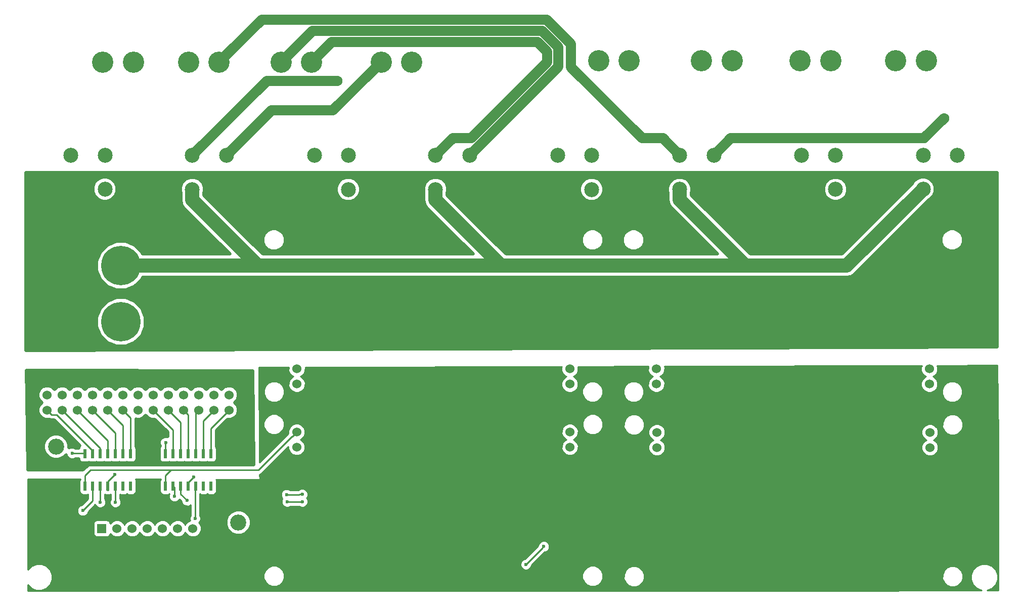
<source format=gbl>
G04 #@! TF.FileFunction,Copper,L2,Bot,Signal*
%FSLAX46Y46*%
G04 Gerber Fmt 4.6, Leading zero omitted, Abs format (unit mm)*
G04 Created by KiCad (PCBNEW 4.0.7) date 01/29/18 08:59:29*
%MOMM*%
%LPD*%
G01*
G04 APERTURE LIST*
%ADD10C,0.100000*%
%ADD11C,2.500000*%
%ADD12C,2.692400*%
%ADD13R,1.524000X1.524000*%
%ADD14C,1.524000*%
%ADD15C,6.604000*%
%ADD16C,3.556000*%
%ADD17R,0.600000X1.550000*%
%ADD18C,1.727200*%
%ADD19C,0.600000*%
%ADD20C,1.727200*%
%ADD21C,0.254000*%
%ADD22C,0.152400*%
%ADD23C,0.381000*%
%ADD24C,2.362200*%
%ADD25C,0.508000*%
G04 APERTURE END LIST*
D10*
D11*
X64109600Y-76479400D03*
X58409600Y-76479400D03*
X64109600Y-82179400D03*
X58409600Y-82179400D03*
X104861600Y-76530200D03*
X99161600Y-76530200D03*
X104861600Y-82230200D03*
X99161600Y-82230200D03*
D12*
X86440651Y-137952737D03*
X55960651Y-125252737D03*
D13*
X54436651Y-114076737D03*
D14*
X54436651Y-119156737D03*
X78820651Y-138968737D03*
X76280651Y-138968737D03*
X73740651Y-138968737D03*
X71200651Y-138968737D03*
X68660651Y-138968737D03*
X66120651Y-138968737D03*
D13*
X63580651Y-138968737D03*
D14*
X54436651Y-116616737D03*
X56976651Y-119156737D03*
X56976651Y-116616737D03*
X59516651Y-119156737D03*
X59516651Y-116616737D03*
X62056651Y-119156737D03*
X62056651Y-116616737D03*
X64596651Y-119156737D03*
X64596651Y-116616737D03*
X67136651Y-119156737D03*
X67136651Y-116616737D03*
X69676651Y-119156737D03*
X69676651Y-116616737D03*
X72216651Y-119156737D03*
X72216651Y-116616737D03*
X74756651Y-119156737D03*
X74756651Y-116616737D03*
X77296651Y-119156737D03*
X77296651Y-116616737D03*
X79836651Y-119156737D03*
X79836651Y-116616737D03*
X82376651Y-119156737D03*
X82376651Y-116616737D03*
X84916651Y-119156737D03*
X84916651Y-116616737D03*
D13*
X56976651Y-114076737D03*
X59516651Y-114076737D03*
X62056651Y-114076737D03*
X64596651Y-114076737D03*
X67136651Y-114076737D03*
X69676651Y-114076737D03*
X72216651Y-114076737D03*
X74756651Y-114076737D03*
X77296651Y-114076737D03*
X79836651Y-114076737D03*
X82376651Y-114076737D03*
X84916651Y-114076737D03*
D11*
X78753800Y-76525000D03*
X84453800Y-76525000D03*
X78753800Y-82225000D03*
X84453800Y-82225000D03*
D15*
X66802000Y-94996000D03*
X59639200Y-94996000D03*
D16*
X78105000Y-60934600D03*
X83235800Y-60934600D03*
X93599000Y-60909200D03*
X98729800Y-60909200D03*
D11*
X145603200Y-76530200D03*
X139903200Y-76530200D03*
X145603200Y-82230200D03*
X139903200Y-82230200D03*
D13*
X202156942Y-117344262D03*
D14*
X202156942Y-114804262D03*
X202156942Y-112264262D03*
D16*
X146761200Y-60655200D03*
X151892000Y-60655200D03*
D11*
X160349000Y-76510000D03*
X166049000Y-76510000D03*
X160349000Y-82210000D03*
X166049000Y-82210000D03*
D16*
X63754000Y-60934600D03*
X68884800Y-60934600D03*
X164007800Y-60655200D03*
X169138600Y-60655200D03*
X180492400Y-60655200D03*
X185623200Y-60655200D03*
X110363000Y-60909200D03*
X115493800Y-60909200D03*
X196519800Y-60655200D03*
X201650600Y-60655200D03*
D15*
X66802000Y-104394000D03*
X59639200Y-104394000D03*
D17*
X60786651Y-131856737D03*
X63326651Y-131856737D03*
X64596651Y-131856737D03*
X65866651Y-131856737D03*
X67136651Y-131856737D03*
X68406651Y-131856737D03*
X69676651Y-131856737D03*
X69676651Y-126468737D03*
X68406651Y-126468737D03*
X67136651Y-126468737D03*
X65866651Y-126468737D03*
X64596651Y-126468737D03*
X63326651Y-126468737D03*
X62056651Y-126468737D03*
X60786651Y-126468737D03*
X62056651Y-131856737D03*
X74248651Y-131856737D03*
X76788651Y-131856737D03*
X78058651Y-131856737D03*
X79328651Y-131856737D03*
X80598651Y-131856737D03*
X81868651Y-131856737D03*
X83138651Y-131856737D03*
X83138651Y-126468737D03*
X81868651Y-126468737D03*
X80598651Y-126468737D03*
X79328651Y-126468737D03*
X78058651Y-126468737D03*
X76788651Y-126468737D03*
X75518651Y-126468737D03*
X74248651Y-126468737D03*
X75518651Y-131856737D03*
D13*
X156438600Y-117348000D03*
D14*
X156438600Y-114808000D03*
X156438600Y-112268000D03*
D13*
X202234800Y-120345200D03*
D14*
X202234800Y-122885200D03*
X202234800Y-125425200D03*
D13*
X96240600Y-117344262D03*
D14*
X96240600Y-114804262D03*
X96240600Y-112264262D03*
D13*
X141960600Y-120269000D03*
D14*
X141960600Y-122809000D03*
X141960600Y-125349000D03*
D13*
X141947641Y-117347775D03*
D14*
X141947641Y-114807775D03*
X141947641Y-112267775D03*
D13*
X96226157Y-120271065D03*
D14*
X96226157Y-122811065D03*
X96226157Y-125351065D03*
D13*
X156514800Y-120345200D03*
D14*
X156514800Y-122885200D03*
X156514800Y-125425200D03*
D11*
X186446400Y-76504800D03*
X180746400Y-76504800D03*
X186446400Y-82204800D03*
X180746400Y-82204800D03*
X119471200Y-76530200D03*
X125171200Y-76530200D03*
X119471200Y-82230200D03*
X125171200Y-82230200D03*
X201106800Y-76479400D03*
X206806800Y-76479400D03*
X201106800Y-82179400D03*
X206806800Y-82179400D03*
D18*
X204591026Y-70337006D03*
X103022400Y-64058800D03*
D19*
X63322200Y-134569200D03*
X65760600Y-129946400D03*
X65862200Y-134594600D03*
X58659975Y-126390747D03*
X74280975Y-124612747D03*
X60401200Y-135966200D03*
X134594600Y-144983200D03*
X137591800Y-141986000D03*
X77851000Y-134289800D03*
X78968600Y-130361047D03*
X94513400Y-133299200D03*
X97129600Y-133273800D03*
X79222600Y-137312400D03*
X75742800Y-133604000D03*
X94615000Y-134467600D03*
X97155000Y-134467600D03*
D20*
X166049000Y-76510000D02*
X168920601Y-73638399D01*
X168920601Y-73638399D02*
X201289633Y-73638399D01*
X201289633Y-73638399D02*
X201344232Y-73583800D01*
X201344232Y-73583800D02*
X204591026Y-70337006D01*
X142163800Y-61747400D02*
X142163800Y-57870030D01*
X142163800Y-57870030D02*
X138090950Y-53797180D01*
X138090950Y-53797180D02*
X90373220Y-53797180D01*
X90373220Y-53797180D02*
X85013799Y-59156601D01*
X85013799Y-59156601D02*
X83235800Y-60934600D01*
X154085399Y-73668999D02*
X142163800Y-61747400D01*
X160349000Y-76510000D02*
X157507999Y-73668999D01*
X157507999Y-73668999D02*
X154085399Y-73668999D01*
X140030200Y-61671200D02*
X140030200Y-58394599D01*
X140030200Y-58394599D02*
X137312391Y-55676790D01*
X137312391Y-55676790D02*
X98831410Y-55676790D01*
X98831410Y-55676790D02*
X95376999Y-59131201D01*
X95376999Y-59131201D02*
X93599000Y-60909200D01*
X125171200Y-76530200D02*
X140030200Y-61671200D01*
X102082600Y-57556400D02*
X98729800Y-60909200D01*
X136533832Y-57556400D02*
X102082600Y-57556400D01*
X138150590Y-59173158D02*
X136533832Y-57556400D01*
X138150590Y-60892642D02*
X138150590Y-59173158D01*
X125455016Y-73588216D02*
X138150590Y-60892642D01*
X122413184Y-73588216D02*
X125455016Y-73588216D01*
X119471200Y-76530200D02*
X122413184Y-73588216D01*
X98907600Y-60731400D02*
X98729800Y-60909200D01*
X84453800Y-76525000D02*
X91992400Y-68986400D01*
X91992400Y-68986400D02*
X102285800Y-68986400D01*
X102285800Y-68986400D02*
X108585001Y-62687199D01*
X108585001Y-62687199D02*
X110363000Y-60909200D01*
X78753800Y-76525000D02*
X91220000Y-64058800D01*
X91220000Y-64058800D02*
X103022400Y-64058800D01*
D21*
X63322200Y-134569200D02*
X63322200Y-131861188D01*
X63322200Y-131861188D02*
X63326651Y-131856737D01*
D22*
X63326651Y-132163471D02*
X63326651Y-131856737D01*
D21*
X63326651Y-131856737D02*
X63326651Y-132331737D01*
X65760600Y-129946400D02*
X64596651Y-131110349D01*
X64596651Y-131110349D02*
X64596651Y-131856737D01*
D23*
X64596651Y-132505223D02*
X64596651Y-131856737D01*
D21*
X64596651Y-131381737D02*
X64596651Y-131856737D01*
X65862200Y-134594600D02*
X65862200Y-131861188D01*
X65862200Y-131861188D02*
X65866651Y-131856737D01*
D22*
X65866651Y-132331737D02*
X65866651Y-131856737D01*
X65866651Y-131611423D02*
X65866651Y-131856737D01*
D21*
X65866651Y-132435335D02*
X65866651Y-131856737D01*
X67136651Y-131856737D02*
X67136651Y-132331737D01*
D23*
X69676651Y-131856737D02*
X69676651Y-130930423D01*
X83138651Y-131856737D02*
X83138651Y-131381737D01*
D22*
X72883975Y-132232747D02*
X73010975Y-132232747D01*
X72507965Y-131856737D02*
X72883975Y-132232747D01*
X69676651Y-131856737D02*
X72507965Y-131856737D01*
D21*
X69676651Y-124518071D02*
X70978975Y-123215747D01*
X69676651Y-126468737D02*
X69676651Y-124518071D01*
X58659975Y-126390747D02*
X60708661Y-126390747D01*
X60708661Y-126390747D02*
X60786651Y-126468737D01*
X74248651Y-126468737D02*
X74248651Y-124645071D01*
X74248651Y-124645071D02*
X74280975Y-124612747D01*
X60786651Y-126943737D02*
X60786651Y-126468737D01*
X60401200Y-135966200D02*
X62056651Y-134310749D01*
X62056651Y-134310749D02*
X62056651Y-131856737D01*
X137291801Y-142285999D02*
X134594600Y-144983200D01*
X137591800Y-141986000D02*
X137291801Y-142285999D01*
X62052200Y-131861188D02*
X62056651Y-131856737D01*
D22*
X62056651Y-132331737D02*
X62056651Y-131856737D01*
D21*
X62088975Y-131824413D02*
X62056651Y-131856737D01*
X62113003Y-131800385D02*
X62056651Y-131856737D01*
X62056651Y-131320471D02*
X62056651Y-131856737D01*
X77851000Y-134289800D02*
X76788651Y-133227451D01*
X76788651Y-133227451D02*
X76788651Y-131856737D01*
X76788651Y-132440051D02*
X76788651Y-131856737D01*
X76788651Y-132331737D02*
X76788651Y-131856737D01*
D22*
X76788651Y-131381737D02*
X76788651Y-131856737D01*
D21*
X78968600Y-130361047D02*
X78058651Y-131270996D01*
X78058651Y-131270996D02*
X78058651Y-131856737D01*
X96679936Y-133299200D02*
X94513400Y-133299200D01*
X97129600Y-133273800D02*
X96705336Y-133273800D01*
X96705336Y-133273800D02*
X96679936Y-133299200D01*
D22*
X78090975Y-131889061D02*
X78058651Y-131856737D01*
D21*
X78058651Y-132331737D02*
X78058651Y-131856737D01*
X79219302Y-136299698D02*
X79219302Y-137309102D01*
X79219302Y-137309102D02*
X79222600Y-137312400D01*
X79219302Y-136299698D02*
X79219302Y-131966086D01*
X79219302Y-131966086D02*
X79328651Y-131856737D01*
X79298800Y-131886588D02*
X79328651Y-131856737D01*
X79349600Y-131877686D02*
X79328651Y-131856737D01*
X79233975Y-131762061D02*
X79328651Y-131856737D01*
D24*
X136144000Y-94996000D02*
X175387000Y-94996000D01*
X175387000Y-94996000D02*
X188290200Y-94996000D01*
X160349000Y-82210000D02*
X160349000Y-83977766D01*
X160349000Y-83977766D02*
X171367234Y-94996000D01*
X171367234Y-94996000D02*
X175387000Y-94996000D01*
X98856800Y-94996000D02*
X136144000Y-94996000D01*
X119471200Y-82230200D02*
X119471200Y-83997966D01*
X119471200Y-83997966D02*
X130469234Y-94996000D01*
X130469234Y-94996000D02*
X136144000Y-94996000D01*
X66802000Y-94996000D02*
X98856800Y-94996000D01*
X78753800Y-82225000D02*
X78753800Y-83992766D01*
X78753800Y-83992766D02*
X89757034Y-94996000D01*
X89757034Y-94996000D02*
X98856800Y-94996000D01*
X188290200Y-94996000D02*
X201106800Y-82179400D01*
D21*
X62056651Y-125993737D02*
X55981650Y-119918736D01*
X55981650Y-119918736D02*
X55198650Y-119918736D01*
X55198650Y-119918736D02*
X54436651Y-119156737D01*
X62056651Y-126468737D02*
X62056651Y-125993737D01*
X63326651Y-125506737D02*
X57738650Y-119918736D01*
X57738650Y-119918736D02*
X56976651Y-119156737D01*
X63326651Y-126468737D02*
X63326651Y-125506737D01*
X64596651Y-124236737D02*
X59516651Y-119156737D01*
X64596651Y-126468737D02*
X64596651Y-124236737D01*
X65866651Y-126468737D02*
X65866651Y-122966737D01*
X65866651Y-122966737D02*
X62056651Y-119156737D01*
X67136651Y-121696737D02*
X64596651Y-119156737D01*
X67136651Y-126468737D02*
X67136651Y-121696737D01*
X68406651Y-126468737D02*
X68406651Y-120426737D01*
X68406651Y-120426737D02*
X67136651Y-119156737D01*
X75518651Y-122458737D02*
X72216651Y-119156737D01*
X75518651Y-126468737D02*
X75518651Y-122458737D01*
X76788651Y-121188737D02*
X74756651Y-119156737D01*
X76788651Y-126468737D02*
X76788651Y-121188737D01*
X78058651Y-126468737D02*
X78058650Y-119918736D01*
X78058650Y-119918736D02*
X77296651Y-119156737D01*
X79328651Y-126468737D02*
X79328651Y-119664737D01*
X79328651Y-119664737D02*
X79836651Y-119156737D01*
X80598651Y-126468737D02*
X80598651Y-120934737D01*
X80598651Y-120934737D02*
X82376651Y-119156737D01*
X81868651Y-126468737D02*
X81868651Y-122204737D01*
X81868651Y-122204737D02*
X84916651Y-119156737D01*
X75742800Y-133604000D02*
X75742800Y-132080886D01*
X75742800Y-132080886D02*
X75518651Y-131856737D01*
X97155000Y-134467600D02*
X94615000Y-134467600D01*
X61696600Y-129184400D02*
X60786651Y-130094349D01*
X60786651Y-130094349D02*
X60786651Y-131856737D01*
X75158600Y-129184400D02*
X61696600Y-129184400D01*
X96226157Y-122811065D02*
X95464158Y-123573064D01*
X95425736Y-123573064D02*
X89814400Y-129184400D01*
X75158600Y-129184400D02*
X74248651Y-130094349D01*
X95464158Y-123573064D02*
X95425736Y-123573064D01*
X89814400Y-129184400D02*
X75158600Y-129184400D01*
X74248651Y-130094349D02*
X74248651Y-131856737D01*
X74248651Y-131381737D02*
X74248651Y-131856737D01*
D25*
G36*
X213528261Y-108562903D02*
X50875000Y-109216634D01*
X50875000Y-105198833D01*
X62737297Y-105198833D01*
X63354700Y-106693063D01*
X64496923Y-107837282D01*
X65990074Y-108457293D01*
X67606833Y-108458703D01*
X69101063Y-107841300D01*
X70245282Y-106699077D01*
X70865293Y-105205926D01*
X70866703Y-103589167D01*
X70249300Y-102094937D01*
X69107077Y-100950718D01*
X67613926Y-100330707D01*
X65997167Y-100329297D01*
X64502937Y-100946700D01*
X63358718Y-102088923D01*
X62738707Y-103582074D01*
X62737297Y-105198833D01*
X50875000Y-105198833D01*
X50875000Y-95800833D01*
X62737297Y-95800833D01*
X63354700Y-97295063D01*
X64496923Y-98439282D01*
X65990074Y-99059293D01*
X67606833Y-99060703D01*
X69101063Y-98443300D01*
X70245282Y-97301077D01*
X70395588Y-96939100D01*
X188290200Y-96939100D01*
X189033792Y-96791190D01*
X189664179Y-96369979D01*
X194992691Y-91041467D01*
X204112421Y-91041467D01*
X204394111Y-91723210D01*
X204394305Y-91723404D01*
X204395769Y-91726948D01*
X204916909Y-92248998D01*
X205598159Y-92531878D01*
X206335805Y-92532521D01*
X207017548Y-92250831D01*
X207539598Y-91729691D01*
X207822478Y-91048441D01*
X207823121Y-90310795D01*
X207541431Y-89629052D01*
X207541237Y-89628858D01*
X207539773Y-89625314D01*
X207018633Y-89103264D01*
X206337383Y-88820384D01*
X205599737Y-88819741D01*
X204917994Y-89101431D01*
X204395944Y-89622571D01*
X204113064Y-90303821D01*
X204112421Y-91041467D01*
X194992691Y-91041467D01*
X202079813Y-83954346D01*
X202245017Y-83886085D01*
X202811496Y-83320594D01*
X203118450Y-82581367D01*
X203119148Y-81780944D01*
X202813485Y-81041183D01*
X202247994Y-80474704D01*
X201508767Y-80167750D01*
X200708344Y-80167052D01*
X199968583Y-80472715D01*
X199402104Y-81038206D01*
X199332564Y-81205677D01*
X187485342Y-93052900D01*
X172172092Y-93052900D01*
X162292100Y-83172908D01*
X162292100Y-82777054D01*
X162360650Y-82611967D01*
X162360657Y-82603256D01*
X184434052Y-82603256D01*
X184739715Y-83343017D01*
X185305206Y-83909496D01*
X186044433Y-84216450D01*
X186844856Y-84217148D01*
X187584617Y-83911485D01*
X188151096Y-83345994D01*
X188458050Y-82606767D01*
X188458748Y-81806344D01*
X188153085Y-81066583D01*
X187587594Y-80500104D01*
X186848367Y-80193150D01*
X186047944Y-80192452D01*
X185308183Y-80498115D01*
X184741704Y-81063606D01*
X184434750Y-81802833D01*
X184434052Y-82603256D01*
X162360657Y-82603256D01*
X162361348Y-81811544D01*
X162055685Y-81071783D01*
X161490194Y-80505304D01*
X160750967Y-80198350D01*
X159950544Y-80197652D01*
X159210783Y-80503315D01*
X158644304Y-81068806D01*
X158337350Y-81808033D01*
X158336652Y-82608456D01*
X158405900Y-82776049D01*
X158405900Y-83977766D01*
X158553810Y-84721358D01*
X158975021Y-85351745D01*
X166676176Y-93052900D01*
X131274092Y-93052900D01*
X129266172Y-91044980D01*
X143903120Y-91044980D01*
X144184810Y-91726723D01*
X144705950Y-92248773D01*
X145387200Y-92531653D01*
X146124846Y-92532296D01*
X146133358Y-92528779D01*
X146137805Y-92528783D01*
X146819548Y-92247093D01*
X147341598Y-91725953D01*
X147624478Y-91044703D01*
X147624480Y-91041467D01*
X150772421Y-91041467D01*
X151054111Y-91723210D01*
X151054305Y-91723404D01*
X151055769Y-91726948D01*
X151576909Y-92248998D01*
X152258159Y-92531878D01*
X152995805Y-92532521D01*
X153677548Y-92250831D01*
X154199598Y-91729691D01*
X154482478Y-91048441D01*
X154483121Y-90310795D01*
X154201431Y-89629052D01*
X154201237Y-89628858D01*
X154199773Y-89625314D01*
X153678633Y-89103264D01*
X152997383Y-88820384D01*
X152259737Y-88819741D01*
X151577994Y-89101431D01*
X151055944Y-89622571D01*
X150773064Y-90303821D01*
X150772421Y-91041467D01*
X147624480Y-91041467D01*
X147625121Y-90307057D01*
X147343431Y-89625314D01*
X146822291Y-89103264D01*
X146141041Y-88820384D01*
X145403395Y-88819741D01*
X145394883Y-88823258D01*
X145390436Y-88823254D01*
X144708693Y-89104944D01*
X144186643Y-89626084D01*
X143903763Y-90307334D01*
X143903120Y-91044980D01*
X129266172Y-91044980D01*
X121414300Y-83193108D01*
X121414300Y-82797254D01*
X121482850Y-82632167D01*
X121482853Y-82628656D01*
X143590852Y-82628656D01*
X143896515Y-83368417D01*
X144462006Y-83934896D01*
X145201233Y-84241850D01*
X146001656Y-84242548D01*
X146741417Y-83936885D01*
X147307896Y-83371394D01*
X147614850Y-82632167D01*
X147615548Y-81831744D01*
X147309885Y-81091983D01*
X146744394Y-80525504D01*
X146005167Y-80218550D01*
X145204744Y-80217852D01*
X144464983Y-80523515D01*
X143898504Y-81089006D01*
X143591550Y-81828233D01*
X143590852Y-82628656D01*
X121482853Y-82628656D01*
X121483548Y-81831744D01*
X121177885Y-81091983D01*
X120612394Y-80525504D01*
X119873167Y-80218550D01*
X119072744Y-80217852D01*
X118332983Y-80523515D01*
X117766504Y-81089006D01*
X117459550Y-81828233D01*
X117458852Y-82628656D01*
X117528100Y-82796249D01*
X117528100Y-83997966D01*
X117676010Y-84741558D01*
X118097221Y-85371945D01*
X125778176Y-93052900D01*
X90561892Y-93052900D01*
X88553972Y-91044980D01*
X90563120Y-91044980D01*
X90844810Y-91726723D01*
X91365950Y-92248773D01*
X92047200Y-92531653D01*
X92784846Y-92532296D01*
X92793358Y-92528779D01*
X92797805Y-92528783D01*
X93479548Y-92247093D01*
X94001598Y-91725953D01*
X94284478Y-91044703D01*
X94285121Y-90307057D01*
X94003431Y-89625314D01*
X93482291Y-89103264D01*
X92801041Y-88820384D01*
X92063395Y-88819741D01*
X92054883Y-88823258D01*
X92050436Y-88823254D01*
X91368693Y-89104944D01*
X90846643Y-89626084D01*
X90563763Y-90307334D01*
X90563120Y-91044980D01*
X88553972Y-91044980D01*
X80696900Y-83187908D01*
X80696900Y-82792054D01*
X80764748Y-82628656D01*
X102849252Y-82628656D01*
X103154915Y-83368417D01*
X103720406Y-83934896D01*
X104459633Y-84241850D01*
X105260056Y-84242548D01*
X105999817Y-83936885D01*
X106566296Y-83371394D01*
X106873250Y-82632167D01*
X106873948Y-81831744D01*
X106568285Y-81091983D01*
X106002794Y-80525504D01*
X105263567Y-80218550D01*
X104463144Y-80217852D01*
X103723383Y-80523515D01*
X103156904Y-81089006D01*
X102849950Y-81828233D01*
X102849252Y-82628656D01*
X80764748Y-82628656D01*
X80765450Y-82626967D01*
X80766148Y-81826544D01*
X80460485Y-81086783D01*
X79894994Y-80520304D01*
X79155767Y-80213350D01*
X78355344Y-80212652D01*
X77615583Y-80518315D01*
X77049104Y-81083806D01*
X76742150Y-81823033D01*
X76741452Y-82623456D01*
X76810700Y-82791049D01*
X76810700Y-83992766D01*
X76958610Y-84736358D01*
X77379821Y-85366745D01*
X85065976Y-93052900D01*
X70396381Y-93052900D01*
X70249300Y-92696937D01*
X69107077Y-91552718D01*
X67613926Y-90932707D01*
X65997167Y-90931297D01*
X64502937Y-91548700D01*
X63358718Y-92690923D01*
X62738707Y-94184074D01*
X62737297Y-95800833D01*
X50875000Y-95800833D01*
X50875000Y-82577856D01*
X62097252Y-82577856D01*
X62402915Y-83317617D01*
X62968406Y-83884096D01*
X63707633Y-84191050D01*
X64508056Y-84191748D01*
X65247817Y-83886085D01*
X65814296Y-83320594D01*
X66121250Y-82581367D01*
X66121948Y-81780944D01*
X65816285Y-81041183D01*
X65250794Y-80474704D01*
X64511567Y-80167750D01*
X63711144Y-80167052D01*
X62971383Y-80472715D01*
X62404904Y-81038206D01*
X62097950Y-81777433D01*
X62097252Y-82577856D01*
X50875000Y-82577856D01*
X50875000Y-79375000D01*
X213520716Y-79375000D01*
X213528261Y-108562903D01*
X213528261Y-108562903D01*
G37*
X213528261Y-108562903D02*
X50875000Y-109216634D01*
X50875000Y-105198833D01*
X62737297Y-105198833D01*
X63354700Y-106693063D01*
X64496923Y-107837282D01*
X65990074Y-108457293D01*
X67606833Y-108458703D01*
X69101063Y-107841300D01*
X70245282Y-106699077D01*
X70865293Y-105205926D01*
X70866703Y-103589167D01*
X70249300Y-102094937D01*
X69107077Y-100950718D01*
X67613926Y-100330707D01*
X65997167Y-100329297D01*
X64502937Y-100946700D01*
X63358718Y-102088923D01*
X62738707Y-103582074D01*
X62737297Y-105198833D01*
X50875000Y-105198833D01*
X50875000Y-95800833D01*
X62737297Y-95800833D01*
X63354700Y-97295063D01*
X64496923Y-98439282D01*
X65990074Y-99059293D01*
X67606833Y-99060703D01*
X69101063Y-98443300D01*
X70245282Y-97301077D01*
X70395588Y-96939100D01*
X188290200Y-96939100D01*
X189033792Y-96791190D01*
X189664179Y-96369979D01*
X194992691Y-91041467D01*
X204112421Y-91041467D01*
X204394111Y-91723210D01*
X204394305Y-91723404D01*
X204395769Y-91726948D01*
X204916909Y-92248998D01*
X205598159Y-92531878D01*
X206335805Y-92532521D01*
X207017548Y-92250831D01*
X207539598Y-91729691D01*
X207822478Y-91048441D01*
X207823121Y-90310795D01*
X207541431Y-89629052D01*
X207541237Y-89628858D01*
X207539773Y-89625314D01*
X207018633Y-89103264D01*
X206337383Y-88820384D01*
X205599737Y-88819741D01*
X204917994Y-89101431D01*
X204395944Y-89622571D01*
X204113064Y-90303821D01*
X204112421Y-91041467D01*
X194992691Y-91041467D01*
X202079813Y-83954346D01*
X202245017Y-83886085D01*
X202811496Y-83320594D01*
X203118450Y-82581367D01*
X203119148Y-81780944D01*
X202813485Y-81041183D01*
X202247994Y-80474704D01*
X201508767Y-80167750D01*
X200708344Y-80167052D01*
X199968583Y-80472715D01*
X199402104Y-81038206D01*
X199332564Y-81205677D01*
X187485342Y-93052900D01*
X172172092Y-93052900D01*
X162292100Y-83172908D01*
X162292100Y-82777054D01*
X162360650Y-82611967D01*
X162360657Y-82603256D01*
X184434052Y-82603256D01*
X184739715Y-83343017D01*
X185305206Y-83909496D01*
X186044433Y-84216450D01*
X186844856Y-84217148D01*
X187584617Y-83911485D01*
X188151096Y-83345994D01*
X188458050Y-82606767D01*
X188458748Y-81806344D01*
X188153085Y-81066583D01*
X187587594Y-80500104D01*
X186848367Y-80193150D01*
X186047944Y-80192452D01*
X185308183Y-80498115D01*
X184741704Y-81063606D01*
X184434750Y-81802833D01*
X184434052Y-82603256D01*
X162360657Y-82603256D01*
X162361348Y-81811544D01*
X162055685Y-81071783D01*
X161490194Y-80505304D01*
X160750967Y-80198350D01*
X159950544Y-80197652D01*
X159210783Y-80503315D01*
X158644304Y-81068806D01*
X158337350Y-81808033D01*
X158336652Y-82608456D01*
X158405900Y-82776049D01*
X158405900Y-83977766D01*
X158553810Y-84721358D01*
X158975021Y-85351745D01*
X166676176Y-93052900D01*
X131274092Y-93052900D01*
X129266172Y-91044980D01*
X143903120Y-91044980D01*
X144184810Y-91726723D01*
X144705950Y-92248773D01*
X145387200Y-92531653D01*
X146124846Y-92532296D01*
X146133358Y-92528779D01*
X146137805Y-92528783D01*
X146819548Y-92247093D01*
X147341598Y-91725953D01*
X147624478Y-91044703D01*
X147624480Y-91041467D01*
X150772421Y-91041467D01*
X151054111Y-91723210D01*
X151054305Y-91723404D01*
X151055769Y-91726948D01*
X151576909Y-92248998D01*
X152258159Y-92531878D01*
X152995805Y-92532521D01*
X153677548Y-92250831D01*
X154199598Y-91729691D01*
X154482478Y-91048441D01*
X154483121Y-90310795D01*
X154201431Y-89629052D01*
X154201237Y-89628858D01*
X154199773Y-89625314D01*
X153678633Y-89103264D01*
X152997383Y-88820384D01*
X152259737Y-88819741D01*
X151577994Y-89101431D01*
X151055944Y-89622571D01*
X150773064Y-90303821D01*
X150772421Y-91041467D01*
X147624480Y-91041467D01*
X147625121Y-90307057D01*
X147343431Y-89625314D01*
X146822291Y-89103264D01*
X146141041Y-88820384D01*
X145403395Y-88819741D01*
X145394883Y-88823258D01*
X145390436Y-88823254D01*
X144708693Y-89104944D01*
X144186643Y-89626084D01*
X143903763Y-90307334D01*
X143903120Y-91044980D01*
X129266172Y-91044980D01*
X121414300Y-83193108D01*
X121414300Y-82797254D01*
X121482850Y-82632167D01*
X121482853Y-82628656D01*
X143590852Y-82628656D01*
X143896515Y-83368417D01*
X144462006Y-83934896D01*
X145201233Y-84241850D01*
X146001656Y-84242548D01*
X146741417Y-83936885D01*
X147307896Y-83371394D01*
X147614850Y-82632167D01*
X147615548Y-81831744D01*
X147309885Y-81091983D01*
X146744394Y-80525504D01*
X146005167Y-80218550D01*
X145204744Y-80217852D01*
X144464983Y-80523515D01*
X143898504Y-81089006D01*
X143591550Y-81828233D01*
X143590852Y-82628656D01*
X121482853Y-82628656D01*
X121483548Y-81831744D01*
X121177885Y-81091983D01*
X120612394Y-80525504D01*
X119873167Y-80218550D01*
X119072744Y-80217852D01*
X118332983Y-80523515D01*
X117766504Y-81089006D01*
X117459550Y-81828233D01*
X117458852Y-82628656D01*
X117528100Y-82796249D01*
X117528100Y-83997966D01*
X117676010Y-84741558D01*
X118097221Y-85371945D01*
X125778176Y-93052900D01*
X90561892Y-93052900D01*
X88553972Y-91044980D01*
X90563120Y-91044980D01*
X90844810Y-91726723D01*
X91365950Y-92248773D01*
X92047200Y-92531653D01*
X92784846Y-92532296D01*
X92793358Y-92528779D01*
X92797805Y-92528783D01*
X93479548Y-92247093D01*
X94001598Y-91725953D01*
X94284478Y-91044703D01*
X94285121Y-90307057D01*
X94003431Y-89625314D01*
X93482291Y-89103264D01*
X92801041Y-88820384D01*
X92063395Y-88819741D01*
X92054883Y-88823258D01*
X92050436Y-88823254D01*
X91368693Y-89104944D01*
X90846643Y-89626084D01*
X90563763Y-90307334D01*
X90563120Y-91044980D01*
X88553972Y-91044980D01*
X80696900Y-83187908D01*
X80696900Y-82792054D01*
X80764748Y-82628656D01*
X102849252Y-82628656D01*
X103154915Y-83368417D01*
X103720406Y-83934896D01*
X104459633Y-84241850D01*
X105260056Y-84242548D01*
X105999817Y-83936885D01*
X106566296Y-83371394D01*
X106873250Y-82632167D01*
X106873948Y-81831744D01*
X106568285Y-81091983D01*
X106002794Y-80525504D01*
X105263567Y-80218550D01*
X104463144Y-80217852D01*
X103723383Y-80523515D01*
X103156904Y-81089006D01*
X102849950Y-81828233D01*
X102849252Y-82628656D01*
X80764748Y-82628656D01*
X80765450Y-82626967D01*
X80766148Y-81826544D01*
X80460485Y-81086783D01*
X79894994Y-80520304D01*
X79155767Y-80213350D01*
X78355344Y-80212652D01*
X77615583Y-80518315D01*
X77049104Y-81083806D01*
X76742150Y-81823033D01*
X76741452Y-82623456D01*
X76810700Y-82791049D01*
X76810700Y-83992766D01*
X76958610Y-84736358D01*
X77379821Y-85366745D01*
X85065976Y-93052900D01*
X70396381Y-93052900D01*
X70249300Y-92696937D01*
X69107077Y-91552718D01*
X67613926Y-90932707D01*
X65997167Y-90931297D01*
X64502937Y-91548700D01*
X63358718Y-92690923D01*
X62738707Y-94184074D01*
X62737297Y-95800833D01*
X50875000Y-95800833D01*
X50875000Y-82577856D01*
X62097252Y-82577856D01*
X62402915Y-83317617D01*
X62968406Y-83884096D01*
X63707633Y-84191050D01*
X64508056Y-84191748D01*
X65247817Y-83886085D01*
X65814296Y-83320594D01*
X66121250Y-82581367D01*
X66121948Y-81780944D01*
X65816285Y-81041183D01*
X65250794Y-80474704D01*
X64511567Y-80167750D01*
X63711144Y-80167052D01*
X62971383Y-80472715D01*
X62404904Y-81038206D01*
X62097950Y-81777433D01*
X62097252Y-82577856D01*
X50875000Y-82577856D01*
X50875000Y-79375000D01*
X213520716Y-79375000D01*
X213528261Y-108562903D01*
G36*
X88851614Y-112572302D02*
X89002026Y-128295400D01*
X61696600Y-128295400D01*
X61356394Y-128363071D01*
X61067982Y-128555782D01*
X60439017Y-129184747D01*
X51163825Y-129184747D01*
X51010767Y-116918549D01*
X52912387Y-116918549D01*
X53143913Y-117478886D01*
X53551388Y-117887073D01*
X53145420Y-118292333D01*
X52912916Y-118852265D01*
X52912387Y-119458549D01*
X53143913Y-120018886D01*
X53572247Y-120447968D01*
X54132179Y-120680472D01*
X54738463Y-120681001D01*
X54757980Y-120672937D01*
X54858444Y-120740065D01*
X55198650Y-120807736D01*
X55613414Y-120807736D01*
X59943942Y-125138264D01*
X59770934Y-125391468D01*
X59748602Y-125501747D01*
X59273111Y-125501747D01*
X59262335Y-125490952D01*
X58872147Y-125328932D01*
X58449657Y-125328563D01*
X58068648Y-125485992D01*
X58069216Y-124835230D01*
X57748938Y-124060098D01*
X57156410Y-123466534D01*
X56381838Y-123144904D01*
X55543144Y-123144172D01*
X54768012Y-123464450D01*
X54174448Y-124056978D01*
X53852818Y-124831550D01*
X53852086Y-125670244D01*
X54172364Y-126445376D01*
X54764892Y-127038940D01*
X55539464Y-127360570D01*
X56378158Y-127361302D01*
X57153290Y-127041024D01*
X57597794Y-126597296D01*
X57597791Y-126601065D01*
X57759130Y-126991536D01*
X58057615Y-127290542D01*
X58447803Y-127452562D01*
X58870293Y-127452931D01*
X59260764Y-127291592D01*
X59272630Y-127279747D01*
X59716499Y-127279747D01*
X59762856Y-127526117D01*
X59929743Y-127785466D01*
X60184382Y-127959454D01*
X60486651Y-128020665D01*
X61086651Y-128020665D01*
X61369031Y-127967532D01*
X61419075Y-127935330D01*
X61454382Y-127959454D01*
X61756651Y-128020665D01*
X62356651Y-128020665D01*
X62639031Y-127967532D01*
X62689075Y-127935330D01*
X62724382Y-127959454D01*
X63026651Y-128020665D01*
X63626651Y-128020665D01*
X63909031Y-127967532D01*
X63959075Y-127935330D01*
X63994382Y-127959454D01*
X64296651Y-128020665D01*
X64896651Y-128020665D01*
X65179031Y-127967532D01*
X65229075Y-127935330D01*
X65264382Y-127959454D01*
X65566651Y-128020665D01*
X66166651Y-128020665D01*
X66449031Y-127967532D01*
X66499075Y-127935330D01*
X66534382Y-127959454D01*
X66836651Y-128020665D01*
X67436651Y-128020665D01*
X67719031Y-127967532D01*
X67769075Y-127935330D01*
X67804382Y-127959454D01*
X68106651Y-128020665D01*
X68706651Y-128020665D01*
X68989031Y-127967532D01*
X69248380Y-127800645D01*
X69422368Y-127546006D01*
X69483579Y-127243737D01*
X69483579Y-125693737D01*
X69430446Y-125411357D01*
X69295651Y-125201880D01*
X69295651Y-120648695D01*
X69372179Y-120680472D01*
X69978463Y-120681001D01*
X70538800Y-120449475D01*
X70946987Y-120042000D01*
X71352247Y-120447968D01*
X71912179Y-120680472D01*
X72483649Y-120680971D01*
X74629651Y-122826973D01*
X74629651Y-123607613D01*
X74493147Y-123550932D01*
X74070657Y-123550563D01*
X73680186Y-123711902D01*
X73381180Y-124010387D01*
X73219160Y-124400575D01*
X73218791Y-124823065D01*
X73359651Y-125163973D01*
X73359651Y-125206012D01*
X73232934Y-125391468D01*
X73171723Y-125693737D01*
X73171723Y-127243737D01*
X73224856Y-127526117D01*
X73391743Y-127785466D01*
X73646382Y-127959454D01*
X73948651Y-128020665D01*
X74548651Y-128020665D01*
X74831031Y-127967532D01*
X74881075Y-127935330D01*
X74916382Y-127959454D01*
X75218651Y-128020665D01*
X75818651Y-128020665D01*
X76101031Y-127967532D01*
X76151075Y-127935330D01*
X76186382Y-127959454D01*
X76488651Y-128020665D01*
X77088651Y-128020665D01*
X77371031Y-127967532D01*
X77421075Y-127935330D01*
X77456382Y-127959454D01*
X77758651Y-128020665D01*
X78358651Y-128020665D01*
X78641031Y-127967532D01*
X78691075Y-127935330D01*
X78726382Y-127959454D01*
X79028651Y-128020665D01*
X79628651Y-128020665D01*
X79911031Y-127967532D01*
X79961075Y-127935330D01*
X79996382Y-127959454D01*
X80298651Y-128020665D01*
X80898651Y-128020665D01*
X81181031Y-127967532D01*
X81231075Y-127935330D01*
X81266382Y-127959454D01*
X81568651Y-128020665D01*
X82168651Y-128020665D01*
X82451031Y-127967532D01*
X82710380Y-127800645D01*
X82884368Y-127546006D01*
X82945579Y-127243737D01*
X82945579Y-125693737D01*
X82892446Y-125411357D01*
X82757651Y-125201880D01*
X82757651Y-122572973D01*
X84650119Y-120680505D01*
X85218463Y-120681001D01*
X85778800Y-120449475D01*
X86207882Y-120021141D01*
X86440386Y-119461209D01*
X86440915Y-118854925D01*
X86209389Y-118294588D01*
X85801914Y-117886401D01*
X86207882Y-117481141D01*
X86440386Y-116921209D01*
X86440915Y-116314925D01*
X86209389Y-115754588D01*
X85781055Y-115325506D01*
X85221123Y-115093002D01*
X84614839Y-115092473D01*
X84054502Y-115323999D01*
X83646315Y-115731474D01*
X83241055Y-115325506D01*
X82681123Y-115093002D01*
X82074839Y-115092473D01*
X81514502Y-115323999D01*
X81106315Y-115731474D01*
X80701055Y-115325506D01*
X80141123Y-115093002D01*
X79534839Y-115092473D01*
X78974502Y-115323999D01*
X78566315Y-115731474D01*
X78161055Y-115325506D01*
X77601123Y-115093002D01*
X76994839Y-115092473D01*
X76434502Y-115323999D01*
X76026315Y-115731474D01*
X75621055Y-115325506D01*
X75061123Y-115093002D01*
X74454839Y-115092473D01*
X73894502Y-115323999D01*
X73486315Y-115731474D01*
X73081055Y-115325506D01*
X72521123Y-115093002D01*
X71914839Y-115092473D01*
X71354502Y-115323999D01*
X70946315Y-115731474D01*
X70541055Y-115325506D01*
X69981123Y-115093002D01*
X69374839Y-115092473D01*
X68814502Y-115323999D01*
X68406315Y-115731474D01*
X68001055Y-115325506D01*
X67441123Y-115093002D01*
X66834839Y-115092473D01*
X66274502Y-115323999D01*
X65866315Y-115731474D01*
X65461055Y-115325506D01*
X64901123Y-115093002D01*
X64294839Y-115092473D01*
X63734502Y-115323999D01*
X63326315Y-115731474D01*
X62921055Y-115325506D01*
X62361123Y-115093002D01*
X61754839Y-115092473D01*
X61194502Y-115323999D01*
X60786315Y-115731474D01*
X60381055Y-115325506D01*
X59821123Y-115093002D01*
X59214839Y-115092473D01*
X58654502Y-115323999D01*
X58246315Y-115731474D01*
X57841055Y-115325506D01*
X57281123Y-115093002D01*
X56674839Y-115092473D01*
X56114502Y-115323999D01*
X55706315Y-115731474D01*
X55301055Y-115325506D01*
X54741123Y-115093002D01*
X54134839Y-115092473D01*
X53574502Y-115323999D01*
X53145420Y-115752333D01*
X52912916Y-116312265D01*
X52912387Y-116918549D01*
X51010767Y-116918549D01*
X50955595Y-112497111D01*
X88851614Y-112572302D01*
X88851614Y-112572302D01*
G37*
X88851614Y-112572302D02*
X89002026Y-128295400D01*
X61696600Y-128295400D01*
X61356394Y-128363071D01*
X61067982Y-128555782D01*
X60439017Y-129184747D01*
X51163825Y-129184747D01*
X51010767Y-116918549D01*
X52912387Y-116918549D01*
X53143913Y-117478886D01*
X53551388Y-117887073D01*
X53145420Y-118292333D01*
X52912916Y-118852265D01*
X52912387Y-119458549D01*
X53143913Y-120018886D01*
X53572247Y-120447968D01*
X54132179Y-120680472D01*
X54738463Y-120681001D01*
X54757980Y-120672937D01*
X54858444Y-120740065D01*
X55198650Y-120807736D01*
X55613414Y-120807736D01*
X59943942Y-125138264D01*
X59770934Y-125391468D01*
X59748602Y-125501747D01*
X59273111Y-125501747D01*
X59262335Y-125490952D01*
X58872147Y-125328932D01*
X58449657Y-125328563D01*
X58068648Y-125485992D01*
X58069216Y-124835230D01*
X57748938Y-124060098D01*
X57156410Y-123466534D01*
X56381838Y-123144904D01*
X55543144Y-123144172D01*
X54768012Y-123464450D01*
X54174448Y-124056978D01*
X53852818Y-124831550D01*
X53852086Y-125670244D01*
X54172364Y-126445376D01*
X54764892Y-127038940D01*
X55539464Y-127360570D01*
X56378158Y-127361302D01*
X57153290Y-127041024D01*
X57597794Y-126597296D01*
X57597791Y-126601065D01*
X57759130Y-126991536D01*
X58057615Y-127290542D01*
X58447803Y-127452562D01*
X58870293Y-127452931D01*
X59260764Y-127291592D01*
X59272630Y-127279747D01*
X59716499Y-127279747D01*
X59762856Y-127526117D01*
X59929743Y-127785466D01*
X60184382Y-127959454D01*
X60486651Y-128020665D01*
X61086651Y-128020665D01*
X61369031Y-127967532D01*
X61419075Y-127935330D01*
X61454382Y-127959454D01*
X61756651Y-128020665D01*
X62356651Y-128020665D01*
X62639031Y-127967532D01*
X62689075Y-127935330D01*
X62724382Y-127959454D01*
X63026651Y-128020665D01*
X63626651Y-128020665D01*
X63909031Y-127967532D01*
X63959075Y-127935330D01*
X63994382Y-127959454D01*
X64296651Y-128020665D01*
X64896651Y-128020665D01*
X65179031Y-127967532D01*
X65229075Y-127935330D01*
X65264382Y-127959454D01*
X65566651Y-128020665D01*
X66166651Y-128020665D01*
X66449031Y-127967532D01*
X66499075Y-127935330D01*
X66534382Y-127959454D01*
X66836651Y-128020665D01*
X67436651Y-128020665D01*
X67719031Y-127967532D01*
X67769075Y-127935330D01*
X67804382Y-127959454D01*
X68106651Y-128020665D01*
X68706651Y-128020665D01*
X68989031Y-127967532D01*
X69248380Y-127800645D01*
X69422368Y-127546006D01*
X69483579Y-127243737D01*
X69483579Y-125693737D01*
X69430446Y-125411357D01*
X69295651Y-125201880D01*
X69295651Y-120648695D01*
X69372179Y-120680472D01*
X69978463Y-120681001D01*
X70538800Y-120449475D01*
X70946987Y-120042000D01*
X71352247Y-120447968D01*
X71912179Y-120680472D01*
X72483649Y-120680971D01*
X74629651Y-122826973D01*
X74629651Y-123607613D01*
X74493147Y-123550932D01*
X74070657Y-123550563D01*
X73680186Y-123711902D01*
X73381180Y-124010387D01*
X73219160Y-124400575D01*
X73218791Y-124823065D01*
X73359651Y-125163973D01*
X73359651Y-125206012D01*
X73232934Y-125391468D01*
X73171723Y-125693737D01*
X73171723Y-127243737D01*
X73224856Y-127526117D01*
X73391743Y-127785466D01*
X73646382Y-127959454D01*
X73948651Y-128020665D01*
X74548651Y-128020665D01*
X74831031Y-127967532D01*
X74881075Y-127935330D01*
X74916382Y-127959454D01*
X75218651Y-128020665D01*
X75818651Y-128020665D01*
X76101031Y-127967532D01*
X76151075Y-127935330D01*
X76186382Y-127959454D01*
X76488651Y-128020665D01*
X77088651Y-128020665D01*
X77371031Y-127967532D01*
X77421075Y-127935330D01*
X77456382Y-127959454D01*
X77758651Y-128020665D01*
X78358651Y-128020665D01*
X78641031Y-127967532D01*
X78691075Y-127935330D01*
X78726382Y-127959454D01*
X79028651Y-128020665D01*
X79628651Y-128020665D01*
X79911031Y-127967532D01*
X79961075Y-127935330D01*
X79996382Y-127959454D01*
X80298651Y-128020665D01*
X80898651Y-128020665D01*
X81181031Y-127967532D01*
X81231075Y-127935330D01*
X81266382Y-127959454D01*
X81568651Y-128020665D01*
X82168651Y-128020665D01*
X82451031Y-127967532D01*
X82710380Y-127800645D01*
X82884368Y-127546006D01*
X82945579Y-127243737D01*
X82945579Y-125693737D01*
X82892446Y-125411357D01*
X82757651Y-125201880D01*
X82757651Y-122572973D01*
X84650119Y-120680505D01*
X85218463Y-120681001D01*
X85778800Y-120449475D01*
X86207882Y-120021141D01*
X86440386Y-119461209D01*
X86440915Y-118854925D01*
X86209389Y-118294588D01*
X85801914Y-117886401D01*
X86207882Y-117481141D01*
X86440386Y-116921209D01*
X86440915Y-116314925D01*
X86209389Y-115754588D01*
X85781055Y-115325506D01*
X85221123Y-115093002D01*
X84614839Y-115092473D01*
X84054502Y-115323999D01*
X83646315Y-115731474D01*
X83241055Y-115325506D01*
X82681123Y-115093002D01*
X82074839Y-115092473D01*
X81514502Y-115323999D01*
X81106315Y-115731474D01*
X80701055Y-115325506D01*
X80141123Y-115093002D01*
X79534839Y-115092473D01*
X78974502Y-115323999D01*
X78566315Y-115731474D01*
X78161055Y-115325506D01*
X77601123Y-115093002D01*
X76994839Y-115092473D01*
X76434502Y-115323999D01*
X76026315Y-115731474D01*
X75621055Y-115325506D01*
X75061123Y-115093002D01*
X74454839Y-115092473D01*
X73894502Y-115323999D01*
X73486315Y-115731474D01*
X73081055Y-115325506D01*
X72521123Y-115093002D01*
X71914839Y-115092473D01*
X71354502Y-115323999D01*
X70946315Y-115731474D01*
X70541055Y-115325506D01*
X69981123Y-115093002D01*
X69374839Y-115092473D01*
X68814502Y-115323999D01*
X68406315Y-115731474D01*
X68001055Y-115325506D01*
X67441123Y-115093002D01*
X66834839Y-115092473D01*
X66274502Y-115323999D01*
X65866315Y-115731474D01*
X65461055Y-115325506D01*
X64901123Y-115093002D01*
X64294839Y-115092473D01*
X63734502Y-115323999D01*
X63326315Y-115731474D01*
X62921055Y-115325506D01*
X62361123Y-115093002D01*
X61754839Y-115092473D01*
X61194502Y-115323999D01*
X60786315Y-115731474D01*
X60381055Y-115325506D01*
X59821123Y-115093002D01*
X59214839Y-115092473D01*
X58654502Y-115323999D01*
X58246315Y-115731474D01*
X57841055Y-115325506D01*
X57281123Y-115093002D01*
X56674839Y-115092473D01*
X56114502Y-115323999D01*
X55706315Y-115731474D01*
X55301055Y-115325506D01*
X54741123Y-115093002D01*
X54134839Y-115092473D01*
X53574502Y-115323999D01*
X53145420Y-115752333D01*
X52912916Y-116312265D01*
X52912387Y-116918549D01*
X51010767Y-116918549D01*
X50955595Y-112497111D01*
X88851614Y-112572302D01*
D21*
G36*
X213659154Y-123628153D02*
X213665796Y-149327547D01*
X211835029Y-149332111D01*
X212614972Y-149009845D01*
X213244236Y-148381679D01*
X213585211Y-147560519D01*
X213585987Y-146671381D01*
X213246445Y-145849628D01*
X212618279Y-145220364D01*
X211797119Y-144879389D01*
X210907981Y-144878613D01*
X210086228Y-145218155D01*
X209456964Y-145846321D01*
X209115989Y-146667481D01*
X209115213Y-147556619D01*
X209454755Y-148378372D01*
X210082921Y-149007636D01*
X210870140Y-149334517D01*
X183003260Y-149404000D01*
X51181000Y-149404000D01*
X51181000Y-148417285D01*
X51770321Y-149007636D01*
X52591481Y-149348611D01*
X53480619Y-149349387D01*
X54302372Y-149009845D01*
X54931636Y-148381679D01*
X55272611Y-147560519D01*
X55272853Y-147283119D01*
X90688658Y-147283119D01*
X90951054Y-147918167D01*
X91436499Y-148404460D01*
X92071088Y-148667965D01*
X92758211Y-148668564D01*
X92763229Y-148666491D01*
X92772654Y-148666499D01*
X93407702Y-148404103D01*
X93893995Y-147918658D01*
X94157500Y-147284069D01*
X94157500Y-147283119D01*
X144028658Y-147283119D01*
X144291054Y-147918167D01*
X144776499Y-148404460D01*
X145411088Y-148667965D01*
X146098211Y-148668564D01*
X146103229Y-148666491D01*
X146112654Y-148666499D01*
X146747702Y-148404103D01*
X147233995Y-147918658D01*
X147467110Y-147357254D01*
X150977301Y-147357254D01*
X151239697Y-147992302D01*
X151725142Y-148478595D01*
X152359731Y-148742100D01*
X153046854Y-148742699D01*
X153681902Y-148480303D01*
X154168195Y-147994858D01*
X154431700Y-147360269D01*
X154431702Y-147357254D01*
X204317301Y-147357254D01*
X204579697Y-147992302D01*
X205065142Y-148478595D01*
X205699731Y-148742100D01*
X206386854Y-148742699D01*
X207021902Y-148480303D01*
X207508195Y-147994858D01*
X207771700Y-147360269D01*
X207772299Y-146673146D01*
X207509903Y-146038098D01*
X207024458Y-145551805D01*
X206389869Y-145288300D01*
X205702746Y-145287701D01*
X205067698Y-145550097D01*
X204581405Y-146035542D01*
X204317900Y-146670131D01*
X204317301Y-147357254D01*
X154431702Y-147357254D01*
X154432299Y-146673146D01*
X154169903Y-146038098D01*
X153684458Y-145551805D01*
X153049869Y-145288300D01*
X152362746Y-145287701D01*
X151727698Y-145550097D01*
X151241405Y-146035542D01*
X150977900Y-146670131D01*
X150977301Y-147357254D01*
X147467110Y-147357254D01*
X147497500Y-147284069D01*
X147498099Y-146596946D01*
X147235703Y-145961898D01*
X146750258Y-145475605D01*
X146115669Y-145212100D01*
X145428546Y-145211501D01*
X145423528Y-145213574D01*
X145414103Y-145213566D01*
X144779055Y-145475962D01*
X144292762Y-145961407D01*
X144029257Y-146595996D01*
X144028658Y-147283119D01*
X94157500Y-147283119D01*
X94158099Y-146596946D01*
X93895703Y-145961898D01*
X93410258Y-145475605D01*
X92775669Y-145212100D01*
X92088546Y-145211501D01*
X92083528Y-145213574D01*
X92074103Y-145213566D01*
X91439055Y-145475962D01*
X90952762Y-145961407D01*
X90689257Y-146595996D01*
X90688658Y-147283119D01*
X55272853Y-147283119D01*
X55273387Y-146671381D01*
X54933845Y-145849628D01*
X54305679Y-145220364D01*
X54180457Y-145168367D01*
X133659438Y-145168367D01*
X133801483Y-145512143D01*
X134064273Y-145775392D01*
X134407801Y-145918038D01*
X134779767Y-145918362D01*
X135123543Y-145776317D01*
X135386792Y-145513527D01*
X135529438Y-145169999D01*
X135529476Y-145125954D01*
X137734306Y-142921125D01*
X137776967Y-142921162D01*
X138120743Y-142779117D01*
X138383992Y-142516327D01*
X138526638Y-142172799D01*
X138526962Y-141800833D01*
X138384917Y-141457057D01*
X138122127Y-141193808D01*
X137778599Y-141051162D01*
X137406633Y-141050838D01*
X137062857Y-141192883D01*
X136799608Y-141455673D01*
X136656962Y-141799201D01*
X136656924Y-141843245D01*
X134452095Y-144048075D01*
X134409433Y-144048038D01*
X134065657Y-144190083D01*
X133802408Y-144452873D01*
X133659762Y-144796401D01*
X133659438Y-145168367D01*
X54180457Y-145168367D01*
X53484519Y-144879389D01*
X52595381Y-144878613D01*
X51773628Y-145218155D01*
X51181000Y-145809749D01*
X51181000Y-130683000D01*
X53034937Y-130683000D01*
X59980744Y-130697361D01*
X59890220Y-130829847D01*
X59839211Y-131081737D01*
X59839211Y-132631737D01*
X59883489Y-132867054D01*
X60022561Y-133083178D01*
X60234761Y-133228168D01*
X60486651Y-133279177D01*
X61086651Y-133279177D01*
X61294651Y-133240039D01*
X61294651Y-133995118D01*
X60258695Y-135031075D01*
X60216033Y-135031038D01*
X59872257Y-135173083D01*
X59609008Y-135435873D01*
X59466362Y-135779401D01*
X59466038Y-136151367D01*
X59608083Y-136495143D01*
X59870873Y-136758392D01*
X60214401Y-136901038D01*
X60586367Y-136901362D01*
X60930143Y-136759317D01*
X61193392Y-136496527D01*
X61336038Y-136152999D01*
X61336076Y-136108954D01*
X62475813Y-134969218D01*
X62529083Y-135098143D01*
X62791873Y-135361392D01*
X63135401Y-135504038D01*
X63507367Y-135504362D01*
X63851143Y-135362317D01*
X64114392Y-135099527D01*
X64257038Y-134755999D01*
X64257362Y-134384033D01*
X64115317Y-134040257D01*
X64084200Y-134009086D01*
X64084200Y-133236155D01*
X64296651Y-133279177D01*
X64337510Y-133279177D01*
X64596651Y-133330723D01*
X64855792Y-133279177D01*
X64896651Y-133279177D01*
X65100200Y-133240877D01*
X65100200Y-134034134D01*
X65070008Y-134064273D01*
X64927362Y-134407801D01*
X64927038Y-134779767D01*
X65069083Y-135123543D01*
X65331873Y-135386792D01*
X65675401Y-135529438D01*
X66047367Y-135529762D01*
X66391143Y-135387717D01*
X66654392Y-135124927D01*
X66797038Y-134781399D01*
X66797362Y-134409433D01*
X66655317Y-134065657D01*
X66624200Y-134034486D01*
X66624200Y-133236155D01*
X66836651Y-133279177D01*
X67436651Y-133279177D01*
X67671968Y-133234899D01*
X67771179Y-133171059D01*
X67854761Y-133228168D01*
X68106651Y-133279177D01*
X68706651Y-133279177D01*
X68941968Y-133234899D01*
X69158092Y-133095827D01*
X69303082Y-132883627D01*
X69354091Y-132631737D01*
X69354091Y-131081737D01*
X69309813Y-130846420D01*
X69226196Y-130716476D01*
X73423753Y-130725155D01*
X73352220Y-130829847D01*
X73301211Y-131081737D01*
X73301211Y-132631737D01*
X73345489Y-132867054D01*
X73484561Y-133083178D01*
X73696761Y-133228168D01*
X73948651Y-133279177D01*
X74548651Y-133279177D01*
X74783968Y-133234899D01*
X74883179Y-133171059D01*
X74904204Y-133185425D01*
X74807962Y-133417201D01*
X74807638Y-133789167D01*
X74949683Y-134132943D01*
X75212473Y-134396192D01*
X75556001Y-134538838D01*
X75927967Y-134539162D01*
X76271743Y-134397117D01*
X76534992Y-134134327D01*
X76559317Y-134075747D01*
X76915875Y-134432306D01*
X76915838Y-134474967D01*
X77057883Y-134818743D01*
X77320673Y-135081992D01*
X77664201Y-135224638D01*
X78036167Y-135224962D01*
X78379943Y-135082917D01*
X78457302Y-135005693D01*
X78457302Y-136755226D01*
X78430408Y-136782073D01*
X78287762Y-137125601D01*
X78287438Y-137497567D01*
X78350943Y-137651260D01*
X78030348Y-137783727D01*
X77637022Y-138176367D01*
X77550702Y-138384249D01*
X77465661Y-138178434D01*
X77073021Y-137785108D01*
X76559751Y-137571980D01*
X76003990Y-137571495D01*
X75490348Y-137783727D01*
X75097022Y-138176367D01*
X75010702Y-138384249D01*
X74925661Y-138178434D01*
X74533021Y-137785108D01*
X74019751Y-137571980D01*
X73463990Y-137571495D01*
X72950348Y-137783727D01*
X72557022Y-138176367D01*
X72470702Y-138384249D01*
X72385661Y-138178434D01*
X71993021Y-137785108D01*
X71479751Y-137571980D01*
X70923990Y-137571495D01*
X70410348Y-137783727D01*
X70017022Y-138176367D01*
X69930702Y-138384249D01*
X69845661Y-138178434D01*
X69453021Y-137785108D01*
X68939751Y-137571980D01*
X68383990Y-137571495D01*
X67870348Y-137783727D01*
X67477022Y-138176367D01*
X67390702Y-138384249D01*
X67305661Y-138178434D01*
X66913021Y-137785108D01*
X66399751Y-137571980D01*
X65843990Y-137571495D01*
X65330348Y-137783727D01*
X64976888Y-138136570D01*
X64945813Y-137971420D01*
X64806741Y-137755296D01*
X64594541Y-137610306D01*
X64342651Y-137559297D01*
X62818651Y-137559297D01*
X62583334Y-137603575D01*
X62367210Y-137742647D01*
X62222220Y-137954847D01*
X62171211Y-138206737D01*
X62171211Y-139730737D01*
X62215489Y-139966054D01*
X62354561Y-140182178D01*
X62566761Y-140327168D01*
X62818651Y-140378177D01*
X64342651Y-140378177D01*
X64577968Y-140333899D01*
X64794092Y-140194827D01*
X64939082Y-139982627D01*
X64976143Y-139799613D01*
X65328281Y-140152366D01*
X65841551Y-140365494D01*
X66397312Y-140365979D01*
X66910954Y-140153747D01*
X67304280Y-139761107D01*
X67390600Y-139553225D01*
X67475641Y-139759040D01*
X67868281Y-140152366D01*
X68381551Y-140365494D01*
X68937312Y-140365979D01*
X69450954Y-140153747D01*
X69844280Y-139761107D01*
X69930600Y-139553225D01*
X70015641Y-139759040D01*
X70408281Y-140152366D01*
X70921551Y-140365494D01*
X71477312Y-140365979D01*
X71990954Y-140153747D01*
X72384280Y-139761107D01*
X72470600Y-139553225D01*
X72555641Y-139759040D01*
X72948281Y-140152366D01*
X73461551Y-140365494D01*
X74017312Y-140365979D01*
X74530954Y-140153747D01*
X74924280Y-139761107D01*
X75010600Y-139553225D01*
X75095641Y-139759040D01*
X75488281Y-140152366D01*
X76001551Y-140365494D01*
X76557312Y-140365979D01*
X77070954Y-140153747D01*
X77464280Y-139761107D01*
X77550600Y-139553225D01*
X77635641Y-139759040D01*
X78028281Y-140152366D01*
X78541551Y-140365494D01*
X79097312Y-140365979D01*
X79610954Y-140153747D01*
X80004280Y-139761107D01*
X80217408Y-139247837D01*
X80217893Y-138692076D01*
X80074523Y-138345093D01*
X84459108Y-138345093D01*
X84760092Y-139073531D01*
X85316926Y-139631337D01*
X86044837Y-139933592D01*
X86833007Y-139934280D01*
X87561445Y-139633296D01*
X88119251Y-139076462D01*
X88421506Y-138348551D01*
X88422194Y-137560381D01*
X88121210Y-136831943D01*
X87564376Y-136274137D01*
X86836465Y-135971882D01*
X86048295Y-135971194D01*
X85319857Y-136272178D01*
X84762051Y-136829012D01*
X84459796Y-137556923D01*
X84459108Y-138345093D01*
X80074523Y-138345093D01*
X80005661Y-138178434D01*
X79842365Y-138014853D01*
X80014792Y-137842727D01*
X80157438Y-137499199D01*
X80157762Y-137127233D01*
X80015717Y-136783457D01*
X79981302Y-136748982D01*
X79981302Y-133484367D01*
X93578238Y-133484367D01*
X93720283Y-133828143D01*
X93826021Y-133934066D01*
X93822808Y-133937273D01*
X93680162Y-134280801D01*
X93679838Y-134652767D01*
X93821883Y-134996543D01*
X94084673Y-135259792D01*
X94428201Y-135402438D01*
X94800167Y-135402762D01*
X95143943Y-135260717D01*
X95175114Y-135229600D01*
X96594534Y-135229600D01*
X96624673Y-135259792D01*
X96968201Y-135402438D01*
X97340167Y-135402762D01*
X97683943Y-135260717D01*
X97947192Y-134997927D01*
X98089838Y-134654399D01*
X98090162Y-134282433D01*
X97948117Y-133938657D01*
X97867713Y-133858112D01*
X97921792Y-133804127D01*
X98064438Y-133460599D01*
X98064762Y-133088633D01*
X97922717Y-132744857D01*
X97659927Y-132481608D01*
X97316399Y-132338962D01*
X96944433Y-132338638D01*
X96600657Y-132480683D01*
X96544041Y-132537200D01*
X95073866Y-132537200D01*
X95043727Y-132507008D01*
X94700199Y-132364362D01*
X94328233Y-132364038D01*
X93984457Y-132506083D01*
X93721208Y-132768873D01*
X93578562Y-133112401D01*
X93578238Y-133484367D01*
X79981302Y-133484367D01*
X79981302Y-133183442D01*
X80046761Y-133228168D01*
X80298651Y-133279177D01*
X80898651Y-133279177D01*
X81133968Y-133234899D01*
X81233179Y-133171059D01*
X81316761Y-133228168D01*
X81568651Y-133279177D01*
X82168651Y-133279177D01*
X82403968Y-133234899D01*
X82620092Y-133095827D01*
X82765082Y-132883627D01*
X82816091Y-132631737D01*
X82816091Y-131081737D01*
X82771813Y-130846420D01*
X82706130Y-130744346D01*
X89890337Y-130759200D01*
X89939768Y-130749296D01*
X89981451Y-130720941D01*
X90008819Y-130678604D01*
X90017597Y-130631340D01*
X90012689Y-129906958D01*
X90106005Y-129888396D01*
X90353215Y-129723215D01*
X94829247Y-125247184D01*
X94828915Y-125627726D01*
X95041147Y-126141368D01*
X95433787Y-126534694D01*
X95947057Y-126747822D01*
X96502818Y-126748307D01*
X97016460Y-126536075D01*
X97409786Y-126143435D01*
X97622914Y-125630165D01*
X97623399Y-125074404D01*
X97411167Y-124560762D01*
X97018527Y-124167436D01*
X96810645Y-124081116D01*
X97016460Y-123996075D01*
X97409786Y-123603435D01*
X97622914Y-123090165D01*
X97622917Y-123085661D01*
X140563358Y-123085661D01*
X140775590Y-123599303D01*
X141168230Y-123992629D01*
X141376112Y-124078949D01*
X141170297Y-124163990D01*
X140776971Y-124556630D01*
X140563843Y-125069900D01*
X140563358Y-125625661D01*
X140775590Y-126139303D01*
X141168230Y-126532629D01*
X141681500Y-126745757D01*
X142237261Y-126746242D01*
X142750903Y-126534010D01*
X143144229Y-126141370D01*
X143357357Y-125628100D01*
X143357842Y-125072339D01*
X143145610Y-124558697D01*
X142752970Y-124165371D01*
X142545088Y-124079051D01*
X142750903Y-123994010D01*
X143144229Y-123601370D01*
X143357357Y-123088100D01*
X143357842Y-122532339D01*
X143145610Y-122018697D01*
X143008208Y-121881054D01*
X144043101Y-121881054D01*
X144305497Y-122516102D01*
X144790942Y-123002395D01*
X145425531Y-123265900D01*
X146112654Y-123266499D01*
X146747702Y-123004103D01*
X147233995Y-122518658D01*
X147467110Y-121957254D01*
X150977301Y-121957254D01*
X151239697Y-122592302D01*
X151725142Y-123078595D01*
X152359731Y-123342100D01*
X153046854Y-123342699D01*
X153484516Y-123161861D01*
X155117558Y-123161861D01*
X155329790Y-123675503D01*
X155722430Y-124068829D01*
X155930312Y-124155149D01*
X155724497Y-124240190D01*
X155331171Y-124632830D01*
X155118043Y-125146100D01*
X155117558Y-125701861D01*
X155329790Y-126215503D01*
X155722430Y-126608829D01*
X156235700Y-126821957D01*
X156791461Y-126822442D01*
X157305103Y-126610210D01*
X157698429Y-126217570D01*
X157911557Y-125704300D01*
X157912042Y-125148539D01*
X157699810Y-124634897D01*
X157307170Y-124241571D01*
X157099288Y-124155251D01*
X157305103Y-124070210D01*
X157698429Y-123677570D01*
X157911557Y-123164300D01*
X157911559Y-123161861D01*
X200837558Y-123161861D01*
X201049790Y-123675503D01*
X201442430Y-124068829D01*
X201650312Y-124155149D01*
X201444497Y-124240190D01*
X201051171Y-124632830D01*
X200838043Y-125146100D01*
X200837558Y-125701861D01*
X201049790Y-126215503D01*
X201442430Y-126608829D01*
X201955700Y-126821957D01*
X202511461Y-126822442D01*
X203025103Y-126610210D01*
X203418429Y-126217570D01*
X203631557Y-125704300D01*
X203632042Y-125148539D01*
X203419810Y-124634897D01*
X203027170Y-124241571D01*
X202819288Y-124155251D01*
X203025103Y-124070210D01*
X203418429Y-123677570D01*
X203631557Y-123164300D01*
X203632042Y-122608539D01*
X203419810Y-122094897D01*
X203282408Y-121957254D01*
X204317301Y-121957254D01*
X204579697Y-122592302D01*
X205065142Y-123078595D01*
X205699731Y-123342100D01*
X206386854Y-123342699D01*
X207021902Y-123080303D01*
X207508195Y-122594858D01*
X207771700Y-121960269D01*
X207772299Y-121273146D01*
X207509903Y-120638098D01*
X207024458Y-120151805D01*
X206389869Y-119888300D01*
X205702746Y-119887701D01*
X205067698Y-120150097D01*
X204581405Y-120635542D01*
X204317900Y-121270131D01*
X204317301Y-121957254D01*
X203282408Y-121957254D01*
X203027170Y-121701571D01*
X202513900Y-121488443D01*
X201958139Y-121487958D01*
X201444497Y-121700190D01*
X201051171Y-122092830D01*
X200838043Y-122606100D01*
X200837558Y-123161861D01*
X157911559Y-123161861D01*
X157912042Y-122608539D01*
X157699810Y-122094897D01*
X157307170Y-121701571D01*
X156793900Y-121488443D01*
X156238139Y-121487958D01*
X155724497Y-121700190D01*
X155331171Y-122092830D01*
X155118043Y-122606100D01*
X155117558Y-123161861D01*
X153484516Y-123161861D01*
X153681902Y-123080303D01*
X154168195Y-122594858D01*
X154431700Y-121960269D01*
X154432299Y-121273146D01*
X154169903Y-120638098D01*
X153684458Y-120151805D01*
X153049869Y-119888300D01*
X152362746Y-119887701D01*
X151727698Y-120150097D01*
X151241405Y-120635542D01*
X150977900Y-121270131D01*
X150977301Y-121957254D01*
X147467110Y-121957254D01*
X147497500Y-121884069D01*
X147498099Y-121196946D01*
X147235703Y-120561898D01*
X146750258Y-120075605D01*
X146115669Y-119812100D01*
X145428546Y-119811501D01*
X144793498Y-120073897D01*
X144307205Y-120559342D01*
X144043700Y-121193931D01*
X144043101Y-121881054D01*
X143008208Y-121881054D01*
X142752970Y-121625371D01*
X142239700Y-121412243D01*
X141683939Y-121411758D01*
X141170297Y-121623990D01*
X140776971Y-122016630D01*
X140563843Y-122529900D01*
X140563358Y-123085661D01*
X97622917Y-123085661D01*
X97623399Y-122534404D01*
X97411167Y-122020762D01*
X97018527Y-121627436D01*
X96505257Y-121414308D01*
X95949496Y-121413823D01*
X95435854Y-121626055D01*
X95042528Y-122018695D01*
X94829400Y-122531965D01*
X94828915Y-123087726D01*
X94830239Y-123090930D01*
X89999241Y-127921929D01*
X89958328Y-121883119D01*
X90688658Y-121883119D01*
X90951054Y-122518167D01*
X91436499Y-123004460D01*
X92071088Y-123267965D01*
X92758211Y-123268564D01*
X93393259Y-123006168D01*
X93879552Y-122520723D01*
X94143057Y-121886134D01*
X94143656Y-121199011D01*
X93881260Y-120563963D01*
X93395815Y-120077670D01*
X92761226Y-119814165D01*
X92074103Y-119813566D01*
X91439055Y-120075962D01*
X90952762Y-120561407D01*
X90689257Y-121195996D01*
X90688658Y-121883119D01*
X89958328Y-121883119D01*
X89921290Y-116416316D01*
X90703101Y-116416316D01*
X90965497Y-117051364D01*
X91450942Y-117537657D01*
X92085531Y-117801162D01*
X92772654Y-117801761D01*
X93407702Y-117539365D01*
X93893995Y-117053920D01*
X94157293Y-116419829D01*
X144030142Y-116419829D01*
X144292538Y-117054877D01*
X144777983Y-117541170D01*
X145412572Y-117804675D01*
X146099695Y-117805274D01*
X146734743Y-117542878D01*
X147221036Y-117057433D01*
X147484541Y-116422844D01*
X147484543Y-116420054D01*
X150901101Y-116420054D01*
X151163497Y-117055102D01*
X151648942Y-117541395D01*
X152283531Y-117804900D01*
X152970654Y-117805499D01*
X153605702Y-117543103D01*
X154091995Y-117057658D01*
X154355500Y-116423069D01*
X154355505Y-116416316D01*
X204239443Y-116416316D01*
X204501839Y-117051364D01*
X204987284Y-117537657D01*
X205621873Y-117801162D01*
X206308996Y-117801761D01*
X206944044Y-117539365D01*
X207430337Y-117053920D01*
X207693842Y-116419331D01*
X207694441Y-115732208D01*
X207432045Y-115097160D01*
X206946600Y-114610867D01*
X206312011Y-114347362D01*
X205624888Y-114346763D01*
X204989840Y-114609159D01*
X204503547Y-115094604D01*
X204240042Y-115729193D01*
X204239443Y-116416316D01*
X154355505Y-116416316D01*
X154356099Y-115735946D01*
X154093703Y-115100898D01*
X153608258Y-114614605D01*
X152973669Y-114351100D01*
X152286546Y-114350501D01*
X151651498Y-114612897D01*
X151165205Y-115098342D01*
X150901700Y-115732931D01*
X150901101Y-116420054D01*
X147484543Y-116420054D01*
X147485140Y-115735721D01*
X147222744Y-115100673D01*
X146737299Y-114614380D01*
X146102710Y-114350875D01*
X145415587Y-114350276D01*
X144780539Y-114612672D01*
X144294246Y-115098117D01*
X144030741Y-115732706D01*
X144030142Y-116419829D01*
X94157293Y-116419829D01*
X94157500Y-116419331D01*
X94158099Y-115732208D01*
X93895703Y-115097160D01*
X93410258Y-114610867D01*
X92775669Y-114347362D01*
X92088546Y-114346763D01*
X91453498Y-114609159D01*
X90967205Y-115094604D01*
X90703700Y-115729193D01*
X90703101Y-116416316D01*
X89921290Y-116416316D01*
X89891461Y-112013660D01*
X94843830Y-112000462D01*
X94843358Y-112540923D01*
X95055590Y-113054565D01*
X95448230Y-113447891D01*
X95656112Y-113534211D01*
X95450297Y-113619252D01*
X95056971Y-114011892D01*
X94843843Y-114525162D01*
X94843358Y-115080923D01*
X95055590Y-115594565D01*
X95448230Y-115987891D01*
X95961500Y-116201019D01*
X96517261Y-116201504D01*
X97030903Y-115989272D01*
X97424229Y-115596632D01*
X97637357Y-115083362D01*
X97637842Y-114527601D01*
X97425610Y-114013959D01*
X97032970Y-113620633D01*
X96825088Y-113534313D01*
X97030903Y-113449272D01*
X97424229Y-113056632D01*
X97637357Y-112543362D01*
X97637837Y-111993016D01*
X140596620Y-111878529D01*
X140550884Y-111988675D01*
X140550399Y-112544436D01*
X140762631Y-113058078D01*
X141155271Y-113451404D01*
X141363153Y-113537724D01*
X141157338Y-113622765D01*
X140764012Y-114015405D01*
X140550884Y-114528675D01*
X140550399Y-115084436D01*
X140762631Y-115598078D01*
X141155271Y-115991404D01*
X141668541Y-116204532D01*
X142224302Y-116205017D01*
X142737944Y-115992785D01*
X143131270Y-115600145D01*
X143344398Y-115086875D01*
X143344883Y-114531114D01*
X143132651Y-114017472D01*
X142740011Y-113624146D01*
X142532129Y-113537826D01*
X142737944Y-113452785D01*
X143131270Y-113060145D01*
X143344398Y-112546875D01*
X143344883Y-111991114D01*
X143295392Y-111871337D01*
X155103727Y-111839868D01*
X155041843Y-111988900D01*
X155041358Y-112544661D01*
X155253590Y-113058303D01*
X155646230Y-113451629D01*
X155854112Y-113537949D01*
X155648297Y-113622990D01*
X155254971Y-114015630D01*
X155041843Y-114528900D01*
X155041358Y-115084661D01*
X155253590Y-115598303D01*
X155646230Y-115991629D01*
X156159500Y-116204757D01*
X156715261Y-116205242D01*
X157228903Y-115993010D01*
X157622229Y-115600370D01*
X157835357Y-115087100D01*
X157835842Y-114531339D01*
X157623610Y-114017697D01*
X157230970Y-113624371D01*
X157023088Y-113538051D01*
X157228903Y-113453010D01*
X157622229Y-113060370D01*
X157835357Y-112547100D01*
X157835842Y-111991339D01*
X157770319Y-111832761D01*
X200871163Y-111717896D01*
X200760185Y-111985162D01*
X200759700Y-112540923D01*
X200971932Y-113054565D01*
X201364572Y-113447891D01*
X201572454Y-113534211D01*
X201366639Y-113619252D01*
X200973313Y-114011892D01*
X200760185Y-114525162D01*
X200759700Y-115080923D01*
X200971932Y-115594565D01*
X201364572Y-115987891D01*
X201877842Y-116201019D01*
X202433603Y-116201504D01*
X202947245Y-115989272D01*
X203340571Y-115596632D01*
X203553699Y-115083362D01*
X203554184Y-114527601D01*
X203341952Y-114013959D01*
X202949312Y-113620633D01*
X202741430Y-113534313D01*
X202947245Y-113449272D01*
X203340571Y-113056632D01*
X203553699Y-112543362D01*
X203554184Y-111987601D01*
X203439916Y-111711051D01*
X213539073Y-111684136D01*
X213659154Y-123628153D01*
X213659154Y-123628153D01*
G37*
X213659154Y-123628153D02*
X213665796Y-149327547D01*
X211835029Y-149332111D01*
X212614972Y-149009845D01*
X213244236Y-148381679D01*
X213585211Y-147560519D01*
X213585987Y-146671381D01*
X213246445Y-145849628D01*
X212618279Y-145220364D01*
X211797119Y-144879389D01*
X210907981Y-144878613D01*
X210086228Y-145218155D01*
X209456964Y-145846321D01*
X209115989Y-146667481D01*
X209115213Y-147556619D01*
X209454755Y-148378372D01*
X210082921Y-149007636D01*
X210870140Y-149334517D01*
X183003260Y-149404000D01*
X51181000Y-149404000D01*
X51181000Y-148417285D01*
X51770321Y-149007636D01*
X52591481Y-149348611D01*
X53480619Y-149349387D01*
X54302372Y-149009845D01*
X54931636Y-148381679D01*
X55272611Y-147560519D01*
X55272853Y-147283119D01*
X90688658Y-147283119D01*
X90951054Y-147918167D01*
X91436499Y-148404460D01*
X92071088Y-148667965D01*
X92758211Y-148668564D01*
X92763229Y-148666491D01*
X92772654Y-148666499D01*
X93407702Y-148404103D01*
X93893995Y-147918658D01*
X94157500Y-147284069D01*
X94157500Y-147283119D01*
X144028658Y-147283119D01*
X144291054Y-147918167D01*
X144776499Y-148404460D01*
X145411088Y-148667965D01*
X146098211Y-148668564D01*
X146103229Y-148666491D01*
X146112654Y-148666499D01*
X146747702Y-148404103D01*
X147233995Y-147918658D01*
X147467110Y-147357254D01*
X150977301Y-147357254D01*
X151239697Y-147992302D01*
X151725142Y-148478595D01*
X152359731Y-148742100D01*
X153046854Y-148742699D01*
X153681902Y-148480303D01*
X154168195Y-147994858D01*
X154431700Y-147360269D01*
X154431702Y-147357254D01*
X204317301Y-147357254D01*
X204579697Y-147992302D01*
X205065142Y-148478595D01*
X205699731Y-148742100D01*
X206386854Y-148742699D01*
X207021902Y-148480303D01*
X207508195Y-147994858D01*
X207771700Y-147360269D01*
X207772299Y-146673146D01*
X207509903Y-146038098D01*
X207024458Y-145551805D01*
X206389869Y-145288300D01*
X205702746Y-145287701D01*
X205067698Y-145550097D01*
X204581405Y-146035542D01*
X204317900Y-146670131D01*
X204317301Y-147357254D01*
X154431702Y-147357254D01*
X154432299Y-146673146D01*
X154169903Y-146038098D01*
X153684458Y-145551805D01*
X153049869Y-145288300D01*
X152362746Y-145287701D01*
X151727698Y-145550097D01*
X151241405Y-146035542D01*
X150977900Y-146670131D01*
X150977301Y-147357254D01*
X147467110Y-147357254D01*
X147497500Y-147284069D01*
X147498099Y-146596946D01*
X147235703Y-145961898D01*
X146750258Y-145475605D01*
X146115669Y-145212100D01*
X145428546Y-145211501D01*
X145423528Y-145213574D01*
X145414103Y-145213566D01*
X144779055Y-145475962D01*
X144292762Y-145961407D01*
X144029257Y-146595996D01*
X144028658Y-147283119D01*
X94157500Y-147283119D01*
X94158099Y-146596946D01*
X93895703Y-145961898D01*
X93410258Y-145475605D01*
X92775669Y-145212100D01*
X92088546Y-145211501D01*
X92083528Y-145213574D01*
X92074103Y-145213566D01*
X91439055Y-145475962D01*
X90952762Y-145961407D01*
X90689257Y-146595996D01*
X90688658Y-147283119D01*
X55272853Y-147283119D01*
X55273387Y-146671381D01*
X54933845Y-145849628D01*
X54305679Y-145220364D01*
X54180457Y-145168367D01*
X133659438Y-145168367D01*
X133801483Y-145512143D01*
X134064273Y-145775392D01*
X134407801Y-145918038D01*
X134779767Y-145918362D01*
X135123543Y-145776317D01*
X135386792Y-145513527D01*
X135529438Y-145169999D01*
X135529476Y-145125954D01*
X137734306Y-142921125D01*
X137776967Y-142921162D01*
X138120743Y-142779117D01*
X138383992Y-142516327D01*
X138526638Y-142172799D01*
X138526962Y-141800833D01*
X138384917Y-141457057D01*
X138122127Y-141193808D01*
X137778599Y-141051162D01*
X137406633Y-141050838D01*
X137062857Y-141192883D01*
X136799608Y-141455673D01*
X136656962Y-141799201D01*
X136656924Y-141843245D01*
X134452095Y-144048075D01*
X134409433Y-144048038D01*
X134065657Y-144190083D01*
X133802408Y-144452873D01*
X133659762Y-144796401D01*
X133659438Y-145168367D01*
X54180457Y-145168367D01*
X53484519Y-144879389D01*
X52595381Y-144878613D01*
X51773628Y-145218155D01*
X51181000Y-145809749D01*
X51181000Y-130683000D01*
X53034937Y-130683000D01*
X59980744Y-130697361D01*
X59890220Y-130829847D01*
X59839211Y-131081737D01*
X59839211Y-132631737D01*
X59883489Y-132867054D01*
X60022561Y-133083178D01*
X60234761Y-133228168D01*
X60486651Y-133279177D01*
X61086651Y-133279177D01*
X61294651Y-133240039D01*
X61294651Y-133995118D01*
X60258695Y-135031075D01*
X60216033Y-135031038D01*
X59872257Y-135173083D01*
X59609008Y-135435873D01*
X59466362Y-135779401D01*
X59466038Y-136151367D01*
X59608083Y-136495143D01*
X59870873Y-136758392D01*
X60214401Y-136901038D01*
X60586367Y-136901362D01*
X60930143Y-136759317D01*
X61193392Y-136496527D01*
X61336038Y-136152999D01*
X61336076Y-136108954D01*
X62475813Y-134969218D01*
X62529083Y-135098143D01*
X62791873Y-135361392D01*
X63135401Y-135504038D01*
X63507367Y-135504362D01*
X63851143Y-135362317D01*
X64114392Y-135099527D01*
X64257038Y-134755999D01*
X64257362Y-134384033D01*
X64115317Y-134040257D01*
X64084200Y-134009086D01*
X64084200Y-133236155D01*
X64296651Y-133279177D01*
X64337510Y-133279177D01*
X64596651Y-133330723D01*
X64855792Y-133279177D01*
X64896651Y-133279177D01*
X65100200Y-133240877D01*
X65100200Y-134034134D01*
X65070008Y-134064273D01*
X64927362Y-134407801D01*
X64927038Y-134779767D01*
X65069083Y-135123543D01*
X65331873Y-135386792D01*
X65675401Y-135529438D01*
X66047367Y-135529762D01*
X66391143Y-135387717D01*
X66654392Y-135124927D01*
X66797038Y-134781399D01*
X66797362Y-134409433D01*
X66655317Y-134065657D01*
X66624200Y-134034486D01*
X66624200Y-133236155D01*
X66836651Y-133279177D01*
X67436651Y-133279177D01*
X67671968Y-133234899D01*
X67771179Y-133171059D01*
X67854761Y-133228168D01*
X68106651Y-133279177D01*
X68706651Y-133279177D01*
X68941968Y-133234899D01*
X69158092Y-133095827D01*
X69303082Y-132883627D01*
X69354091Y-132631737D01*
X69354091Y-131081737D01*
X69309813Y-130846420D01*
X69226196Y-130716476D01*
X73423753Y-130725155D01*
X73352220Y-130829847D01*
X73301211Y-131081737D01*
X73301211Y-132631737D01*
X73345489Y-132867054D01*
X73484561Y-133083178D01*
X73696761Y-133228168D01*
X73948651Y-133279177D01*
X74548651Y-133279177D01*
X74783968Y-133234899D01*
X74883179Y-133171059D01*
X74904204Y-133185425D01*
X74807962Y-133417201D01*
X74807638Y-133789167D01*
X74949683Y-134132943D01*
X75212473Y-134396192D01*
X75556001Y-134538838D01*
X75927967Y-134539162D01*
X76271743Y-134397117D01*
X76534992Y-134134327D01*
X76559317Y-134075747D01*
X76915875Y-134432306D01*
X76915838Y-134474967D01*
X77057883Y-134818743D01*
X77320673Y-135081992D01*
X77664201Y-135224638D01*
X78036167Y-135224962D01*
X78379943Y-135082917D01*
X78457302Y-135005693D01*
X78457302Y-136755226D01*
X78430408Y-136782073D01*
X78287762Y-137125601D01*
X78287438Y-137497567D01*
X78350943Y-137651260D01*
X78030348Y-137783727D01*
X77637022Y-138176367D01*
X77550702Y-138384249D01*
X77465661Y-138178434D01*
X77073021Y-137785108D01*
X76559751Y-137571980D01*
X76003990Y-137571495D01*
X75490348Y-137783727D01*
X75097022Y-138176367D01*
X75010702Y-138384249D01*
X74925661Y-138178434D01*
X74533021Y-137785108D01*
X74019751Y-137571980D01*
X73463990Y-137571495D01*
X72950348Y-137783727D01*
X72557022Y-138176367D01*
X72470702Y-138384249D01*
X72385661Y-138178434D01*
X71993021Y-137785108D01*
X71479751Y-137571980D01*
X70923990Y-137571495D01*
X70410348Y-137783727D01*
X70017022Y-138176367D01*
X69930702Y-138384249D01*
X69845661Y-138178434D01*
X69453021Y-137785108D01*
X68939751Y-137571980D01*
X68383990Y-137571495D01*
X67870348Y-137783727D01*
X67477022Y-138176367D01*
X67390702Y-138384249D01*
X67305661Y-138178434D01*
X66913021Y-137785108D01*
X66399751Y-137571980D01*
X65843990Y-137571495D01*
X65330348Y-137783727D01*
X64976888Y-138136570D01*
X64945813Y-137971420D01*
X64806741Y-137755296D01*
X64594541Y-137610306D01*
X64342651Y-137559297D01*
X62818651Y-137559297D01*
X62583334Y-137603575D01*
X62367210Y-137742647D01*
X62222220Y-137954847D01*
X62171211Y-138206737D01*
X62171211Y-139730737D01*
X62215489Y-139966054D01*
X62354561Y-140182178D01*
X62566761Y-140327168D01*
X62818651Y-140378177D01*
X64342651Y-140378177D01*
X64577968Y-140333899D01*
X64794092Y-140194827D01*
X64939082Y-139982627D01*
X64976143Y-139799613D01*
X65328281Y-140152366D01*
X65841551Y-140365494D01*
X66397312Y-140365979D01*
X66910954Y-140153747D01*
X67304280Y-139761107D01*
X67390600Y-139553225D01*
X67475641Y-139759040D01*
X67868281Y-140152366D01*
X68381551Y-140365494D01*
X68937312Y-140365979D01*
X69450954Y-140153747D01*
X69844280Y-139761107D01*
X69930600Y-139553225D01*
X70015641Y-139759040D01*
X70408281Y-140152366D01*
X70921551Y-140365494D01*
X71477312Y-140365979D01*
X71990954Y-140153747D01*
X72384280Y-139761107D01*
X72470600Y-139553225D01*
X72555641Y-139759040D01*
X72948281Y-140152366D01*
X73461551Y-140365494D01*
X74017312Y-140365979D01*
X74530954Y-140153747D01*
X74924280Y-139761107D01*
X75010600Y-139553225D01*
X75095641Y-139759040D01*
X75488281Y-140152366D01*
X76001551Y-140365494D01*
X76557312Y-140365979D01*
X77070954Y-140153747D01*
X77464280Y-139761107D01*
X77550600Y-139553225D01*
X77635641Y-139759040D01*
X78028281Y-140152366D01*
X78541551Y-140365494D01*
X79097312Y-140365979D01*
X79610954Y-140153747D01*
X80004280Y-139761107D01*
X80217408Y-139247837D01*
X80217893Y-138692076D01*
X80074523Y-138345093D01*
X84459108Y-138345093D01*
X84760092Y-139073531D01*
X85316926Y-139631337D01*
X86044837Y-139933592D01*
X86833007Y-139934280D01*
X87561445Y-139633296D01*
X88119251Y-139076462D01*
X88421506Y-138348551D01*
X88422194Y-137560381D01*
X88121210Y-136831943D01*
X87564376Y-136274137D01*
X86836465Y-135971882D01*
X86048295Y-135971194D01*
X85319857Y-136272178D01*
X84762051Y-136829012D01*
X84459796Y-137556923D01*
X84459108Y-138345093D01*
X80074523Y-138345093D01*
X80005661Y-138178434D01*
X79842365Y-138014853D01*
X80014792Y-137842727D01*
X80157438Y-137499199D01*
X80157762Y-137127233D01*
X80015717Y-136783457D01*
X79981302Y-136748982D01*
X79981302Y-133484367D01*
X93578238Y-133484367D01*
X93720283Y-133828143D01*
X93826021Y-133934066D01*
X93822808Y-133937273D01*
X93680162Y-134280801D01*
X93679838Y-134652767D01*
X93821883Y-134996543D01*
X94084673Y-135259792D01*
X94428201Y-135402438D01*
X94800167Y-135402762D01*
X95143943Y-135260717D01*
X95175114Y-135229600D01*
X96594534Y-135229600D01*
X96624673Y-135259792D01*
X96968201Y-135402438D01*
X97340167Y-135402762D01*
X97683943Y-135260717D01*
X97947192Y-134997927D01*
X98089838Y-134654399D01*
X98090162Y-134282433D01*
X97948117Y-133938657D01*
X97867713Y-133858112D01*
X97921792Y-133804127D01*
X98064438Y-133460599D01*
X98064762Y-133088633D01*
X97922717Y-132744857D01*
X97659927Y-132481608D01*
X97316399Y-132338962D01*
X96944433Y-132338638D01*
X96600657Y-132480683D01*
X96544041Y-132537200D01*
X95073866Y-132537200D01*
X95043727Y-132507008D01*
X94700199Y-132364362D01*
X94328233Y-132364038D01*
X93984457Y-132506083D01*
X93721208Y-132768873D01*
X93578562Y-133112401D01*
X93578238Y-133484367D01*
X79981302Y-133484367D01*
X79981302Y-133183442D01*
X80046761Y-133228168D01*
X80298651Y-133279177D01*
X80898651Y-133279177D01*
X81133968Y-133234899D01*
X81233179Y-133171059D01*
X81316761Y-133228168D01*
X81568651Y-133279177D01*
X82168651Y-133279177D01*
X82403968Y-133234899D01*
X82620092Y-133095827D01*
X82765082Y-132883627D01*
X82816091Y-132631737D01*
X82816091Y-131081737D01*
X82771813Y-130846420D01*
X82706130Y-130744346D01*
X89890337Y-130759200D01*
X89939768Y-130749296D01*
X89981451Y-130720941D01*
X90008819Y-130678604D01*
X90017597Y-130631340D01*
X90012689Y-129906958D01*
X90106005Y-129888396D01*
X90353215Y-129723215D01*
X94829247Y-125247184D01*
X94828915Y-125627726D01*
X95041147Y-126141368D01*
X95433787Y-126534694D01*
X95947057Y-126747822D01*
X96502818Y-126748307D01*
X97016460Y-126536075D01*
X97409786Y-126143435D01*
X97622914Y-125630165D01*
X97623399Y-125074404D01*
X97411167Y-124560762D01*
X97018527Y-124167436D01*
X96810645Y-124081116D01*
X97016460Y-123996075D01*
X97409786Y-123603435D01*
X97622914Y-123090165D01*
X97622917Y-123085661D01*
X140563358Y-123085661D01*
X140775590Y-123599303D01*
X141168230Y-123992629D01*
X141376112Y-124078949D01*
X141170297Y-124163990D01*
X140776971Y-124556630D01*
X140563843Y-125069900D01*
X140563358Y-125625661D01*
X140775590Y-126139303D01*
X141168230Y-126532629D01*
X141681500Y-126745757D01*
X142237261Y-126746242D01*
X142750903Y-126534010D01*
X143144229Y-126141370D01*
X143357357Y-125628100D01*
X143357842Y-125072339D01*
X143145610Y-124558697D01*
X142752970Y-124165371D01*
X142545088Y-124079051D01*
X142750903Y-123994010D01*
X143144229Y-123601370D01*
X143357357Y-123088100D01*
X143357842Y-122532339D01*
X143145610Y-122018697D01*
X143008208Y-121881054D01*
X144043101Y-121881054D01*
X144305497Y-122516102D01*
X144790942Y-123002395D01*
X145425531Y-123265900D01*
X146112654Y-123266499D01*
X146747702Y-123004103D01*
X147233995Y-122518658D01*
X147467110Y-121957254D01*
X150977301Y-121957254D01*
X151239697Y-122592302D01*
X151725142Y-123078595D01*
X152359731Y-123342100D01*
X153046854Y-123342699D01*
X153484516Y-123161861D01*
X155117558Y-123161861D01*
X155329790Y-123675503D01*
X155722430Y-124068829D01*
X155930312Y-124155149D01*
X155724497Y-124240190D01*
X155331171Y-124632830D01*
X155118043Y-125146100D01*
X155117558Y-125701861D01*
X155329790Y-126215503D01*
X155722430Y-126608829D01*
X156235700Y-126821957D01*
X156791461Y-126822442D01*
X157305103Y-126610210D01*
X157698429Y-126217570D01*
X157911557Y-125704300D01*
X157912042Y-125148539D01*
X157699810Y-124634897D01*
X157307170Y-124241571D01*
X157099288Y-124155251D01*
X157305103Y-124070210D01*
X157698429Y-123677570D01*
X157911557Y-123164300D01*
X157911559Y-123161861D01*
X200837558Y-123161861D01*
X201049790Y-123675503D01*
X201442430Y-124068829D01*
X201650312Y-124155149D01*
X201444497Y-124240190D01*
X201051171Y-124632830D01*
X200838043Y-125146100D01*
X200837558Y-125701861D01*
X201049790Y-126215503D01*
X201442430Y-126608829D01*
X201955700Y-126821957D01*
X202511461Y-126822442D01*
X203025103Y-126610210D01*
X203418429Y-126217570D01*
X203631557Y-125704300D01*
X203632042Y-125148539D01*
X203419810Y-124634897D01*
X203027170Y-124241571D01*
X202819288Y-124155251D01*
X203025103Y-124070210D01*
X203418429Y-123677570D01*
X203631557Y-123164300D01*
X203632042Y-122608539D01*
X203419810Y-122094897D01*
X203282408Y-121957254D01*
X204317301Y-121957254D01*
X204579697Y-122592302D01*
X205065142Y-123078595D01*
X205699731Y-123342100D01*
X206386854Y-123342699D01*
X207021902Y-123080303D01*
X207508195Y-122594858D01*
X207771700Y-121960269D01*
X207772299Y-121273146D01*
X207509903Y-120638098D01*
X207024458Y-120151805D01*
X206389869Y-119888300D01*
X205702746Y-119887701D01*
X205067698Y-120150097D01*
X204581405Y-120635542D01*
X204317900Y-121270131D01*
X204317301Y-121957254D01*
X203282408Y-121957254D01*
X203027170Y-121701571D01*
X202513900Y-121488443D01*
X201958139Y-121487958D01*
X201444497Y-121700190D01*
X201051171Y-122092830D01*
X200838043Y-122606100D01*
X200837558Y-123161861D01*
X157911559Y-123161861D01*
X157912042Y-122608539D01*
X157699810Y-122094897D01*
X157307170Y-121701571D01*
X156793900Y-121488443D01*
X156238139Y-121487958D01*
X155724497Y-121700190D01*
X155331171Y-122092830D01*
X155118043Y-122606100D01*
X155117558Y-123161861D01*
X153484516Y-123161861D01*
X153681902Y-123080303D01*
X154168195Y-122594858D01*
X154431700Y-121960269D01*
X154432299Y-121273146D01*
X154169903Y-120638098D01*
X153684458Y-120151805D01*
X153049869Y-119888300D01*
X152362746Y-119887701D01*
X151727698Y-120150097D01*
X151241405Y-120635542D01*
X150977900Y-121270131D01*
X150977301Y-121957254D01*
X147467110Y-121957254D01*
X147497500Y-121884069D01*
X147498099Y-121196946D01*
X147235703Y-120561898D01*
X146750258Y-120075605D01*
X146115669Y-119812100D01*
X145428546Y-119811501D01*
X144793498Y-120073897D01*
X144307205Y-120559342D01*
X144043700Y-121193931D01*
X144043101Y-121881054D01*
X143008208Y-121881054D01*
X142752970Y-121625371D01*
X142239700Y-121412243D01*
X141683939Y-121411758D01*
X141170297Y-121623990D01*
X140776971Y-122016630D01*
X140563843Y-122529900D01*
X140563358Y-123085661D01*
X97622917Y-123085661D01*
X97623399Y-122534404D01*
X97411167Y-122020762D01*
X97018527Y-121627436D01*
X96505257Y-121414308D01*
X95949496Y-121413823D01*
X95435854Y-121626055D01*
X95042528Y-122018695D01*
X94829400Y-122531965D01*
X94828915Y-123087726D01*
X94830239Y-123090930D01*
X89999241Y-127921929D01*
X89958328Y-121883119D01*
X90688658Y-121883119D01*
X90951054Y-122518167D01*
X91436499Y-123004460D01*
X92071088Y-123267965D01*
X92758211Y-123268564D01*
X93393259Y-123006168D01*
X93879552Y-122520723D01*
X94143057Y-121886134D01*
X94143656Y-121199011D01*
X93881260Y-120563963D01*
X93395815Y-120077670D01*
X92761226Y-119814165D01*
X92074103Y-119813566D01*
X91439055Y-120075962D01*
X90952762Y-120561407D01*
X90689257Y-121195996D01*
X90688658Y-121883119D01*
X89958328Y-121883119D01*
X89921290Y-116416316D01*
X90703101Y-116416316D01*
X90965497Y-117051364D01*
X91450942Y-117537657D01*
X92085531Y-117801162D01*
X92772654Y-117801761D01*
X93407702Y-117539365D01*
X93893995Y-117053920D01*
X94157293Y-116419829D01*
X144030142Y-116419829D01*
X144292538Y-117054877D01*
X144777983Y-117541170D01*
X145412572Y-117804675D01*
X146099695Y-117805274D01*
X146734743Y-117542878D01*
X147221036Y-117057433D01*
X147484541Y-116422844D01*
X147484543Y-116420054D01*
X150901101Y-116420054D01*
X151163497Y-117055102D01*
X151648942Y-117541395D01*
X152283531Y-117804900D01*
X152970654Y-117805499D01*
X153605702Y-117543103D01*
X154091995Y-117057658D01*
X154355500Y-116423069D01*
X154355505Y-116416316D01*
X204239443Y-116416316D01*
X204501839Y-117051364D01*
X204987284Y-117537657D01*
X205621873Y-117801162D01*
X206308996Y-117801761D01*
X206944044Y-117539365D01*
X207430337Y-117053920D01*
X207693842Y-116419331D01*
X207694441Y-115732208D01*
X207432045Y-115097160D01*
X206946600Y-114610867D01*
X206312011Y-114347362D01*
X205624888Y-114346763D01*
X204989840Y-114609159D01*
X204503547Y-115094604D01*
X204240042Y-115729193D01*
X204239443Y-116416316D01*
X154355505Y-116416316D01*
X154356099Y-115735946D01*
X154093703Y-115100898D01*
X153608258Y-114614605D01*
X152973669Y-114351100D01*
X152286546Y-114350501D01*
X151651498Y-114612897D01*
X151165205Y-115098342D01*
X150901700Y-115732931D01*
X150901101Y-116420054D01*
X147484543Y-116420054D01*
X147485140Y-115735721D01*
X147222744Y-115100673D01*
X146737299Y-114614380D01*
X146102710Y-114350875D01*
X145415587Y-114350276D01*
X144780539Y-114612672D01*
X144294246Y-115098117D01*
X144030741Y-115732706D01*
X144030142Y-116419829D01*
X94157293Y-116419829D01*
X94157500Y-116419331D01*
X94158099Y-115732208D01*
X93895703Y-115097160D01*
X93410258Y-114610867D01*
X92775669Y-114347362D01*
X92088546Y-114346763D01*
X91453498Y-114609159D01*
X90967205Y-115094604D01*
X90703700Y-115729193D01*
X90703101Y-116416316D01*
X89921290Y-116416316D01*
X89891461Y-112013660D01*
X94843830Y-112000462D01*
X94843358Y-112540923D01*
X95055590Y-113054565D01*
X95448230Y-113447891D01*
X95656112Y-113534211D01*
X95450297Y-113619252D01*
X95056971Y-114011892D01*
X94843843Y-114525162D01*
X94843358Y-115080923D01*
X95055590Y-115594565D01*
X95448230Y-115987891D01*
X95961500Y-116201019D01*
X96517261Y-116201504D01*
X97030903Y-115989272D01*
X97424229Y-115596632D01*
X97637357Y-115083362D01*
X97637842Y-114527601D01*
X97425610Y-114013959D01*
X97032970Y-113620633D01*
X96825088Y-113534313D01*
X97030903Y-113449272D01*
X97424229Y-113056632D01*
X97637357Y-112543362D01*
X97637837Y-111993016D01*
X140596620Y-111878529D01*
X140550884Y-111988675D01*
X140550399Y-112544436D01*
X140762631Y-113058078D01*
X141155271Y-113451404D01*
X141363153Y-113537724D01*
X141157338Y-113622765D01*
X140764012Y-114015405D01*
X140550884Y-114528675D01*
X140550399Y-115084436D01*
X140762631Y-115598078D01*
X141155271Y-115991404D01*
X141668541Y-116204532D01*
X142224302Y-116205017D01*
X142737944Y-115992785D01*
X143131270Y-115600145D01*
X143344398Y-115086875D01*
X143344883Y-114531114D01*
X143132651Y-114017472D01*
X142740011Y-113624146D01*
X142532129Y-113537826D01*
X142737944Y-113452785D01*
X143131270Y-113060145D01*
X143344398Y-112546875D01*
X143344883Y-111991114D01*
X143295392Y-111871337D01*
X155103727Y-111839868D01*
X155041843Y-111988900D01*
X155041358Y-112544661D01*
X155253590Y-113058303D01*
X155646230Y-113451629D01*
X155854112Y-113537949D01*
X155648297Y-113622990D01*
X155254971Y-114015630D01*
X155041843Y-114528900D01*
X155041358Y-115084661D01*
X155253590Y-115598303D01*
X155646230Y-115991629D01*
X156159500Y-116204757D01*
X156715261Y-116205242D01*
X157228903Y-115993010D01*
X157622229Y-115600370D01*
X157835357Y-115087100D01*
X157835842Y-114531339D01*
X157623610Y-114017697D01*
X157230970Y-113624371D01*
X157023088Y-113538051D01*
X157228903Y-113453010D01*
X157622229Y-113060370D01*
X157835357Y-112547100D01*
X157835842Y-111991339D01*
X157770319Y-111832761D01*
X200871163Y-111717896D01*
X200760185Y-111985162D01*
X200759700Y-112540923D01*
X200971932Y-113054565D01*
X201364572Y-113447891D01*
X201572454Y-113534211D01*
X201366639Y-113619252D01*
X200973313Y-114011892D01*
X200760185Y-114525162D01*
X200759700Y-115080923D01*
X200971932Y-115594565D01*
X201364572Y-115987891D01*
X201877842Y-116201019D01*
X202433603Y-116201504D01*
X202947245Y-115989272D01*
X203340571Y-115596632D01*
X203553699Y-115083362D01*
X203554184Y-114527601D01*
X203341952Y-114013959D01*
X202949312Y-113620633D01*
X202741430Y-113534313D01*
X202947245Y-113449272D01*
X203340571Y-113056632D01*
X203553699Y-112543362D01*
X203554184Y-111987601D01*
X203439916Y-111711051D01*
X213539073Y-111684136D01*
X213659154Y-123628153D01*
M02*

</source>
